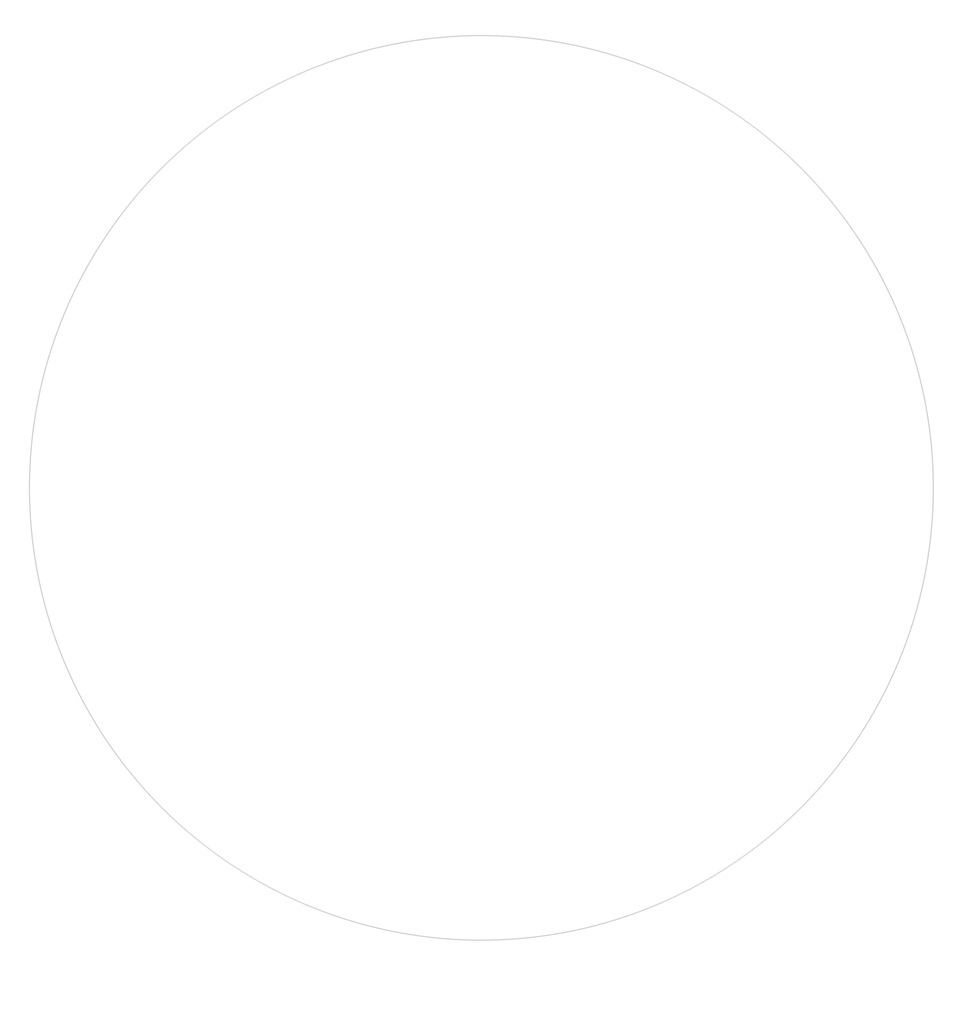
<source format=kicad_pcb>
(kicad_pcb (version 20221018) (generator pcbnew)

  (general
    (thickness 1.6)
  )

  (paper "A4")
  (layers
    (0 "F.Cu" signal)
    (31 "B.Cu" signal)
    (32 "B.Adhes" user "B.Adhesive")
    (33 "F.Adhes" user "F.Adhesive")
    (34 "B.Paste" user)
    (35 "F.Paste" user)
    (36 "B.SilkS" user "B.Silkscreen")
    (37 "F.SilkS" user "F.Silkscreen")
    (38 "B.Mask" user)
    (39 "F.Mask" user)
    (40 "Dwgs.User" user "User.Drawings")
    (41 "Cmts.User" user "User.Comments")
    (42 "Eco1.User" user "User.Eco1")
    (43 "Eco2.User" user "User.Eco2")
    (44 "Edge.Cuts" user)
    (45 "Margin" user)
    (46 "B.CrtYd" user "B.Courtyard")
    (47 "F.CrtYd" user "F.Courtyard")
    (48 "B.Fab" user)
    (49 "F.Fab" user)
    (50 "User.1" user)
    (51 "User.2" user)
    (52 "User.3" user)
    (53 "User.4" user)
    (54 "User.5" user)
    (55 "User.6" user)
    (56 "User.7" user)
    (57 "User.8" user)
    (58 "User.9" user)
  )

  (setup
    (pad_to_mask_clearance 0)
    (pcbplotparams
      (layerselection 0x00010fc_ffffffff)
      (plot_on_all_layers_selection 0x0000000_00000000)
      (disableapertmacros false)
      (usegerberextensions false)
      (usegerberattributes true)
      (usegerberadvancedattributes true)
      (creategerberjobfile true)
      (dashed_line_dash_ratio 12.000000)
      (dashed_line_gap_ratio 3.000000)
      (svgprecision 4)
      (plotframeref false)
      (viasonmask false)
      (mode 1)
      (useauxorigin false)
      (hpglpennumber 1)
      (hpglpenspeed 20)
      (hpglpendiameter 15.000000)
      (dxfpolygonmode true)
      (dxfimperialunits true)
      (dxfusepcbnewfont true)
      (psnegative false)
      (psa4output false)
      (plotreference true)
      (plotvalue true)
      (plotinvisibletext false)
      (sketchpadsonfab false)
      (subtractmaskfromsilk false)
      (outputformat 1)
      (mirror false)
      (drillshape 1)
      (scaleselection 1)
      (outputdirectory "")
    )
  )

  (net 0 "")

  (gr_circle (center 166.3 108.32) (end 196.52 132.33)
    (stroke (width 0.1) (type default)) (fill none) (layer "Edge.Cuts") (tstamp 17007605-5dd9-4ad4-bdb5-c4be73e27b39))
  (image (at 166.31 110.38) (layer "F.Cu") (scale 0.905909)
    (data
      iVBORw0KGgoAAAANSUhEUgAAAVAAAAFlCAIAAAAyPSeQAAAAA3NCSVQICAjb4U/gAAAACXBIWXMA
      AA50AAAOdAFrJLPWAAAgAElEQVR4nOy9d7hlR3UnulZV7XDCzZ1bNGDBwx6D7ZnvYfvz8/g9e77n
      bILBxkTPjI1HmGAGsBD2AA7YMA+DcSAKZBBIQsEgAcJgIVrdyqEldVDncDvd27dvDifuXbXeH2vv
      OnXCVXerg7pb9fuj+9xzdjr77FUr/dZaSKRf9a0xALj9FesABHTCAAlA/cpvjQmS33zluu4N7h+r
      vepb45NX/QgAAmDXBh4XDkSEiMv92f0+EV24i/M4cyAYAqMxeeC4ec23Jk5e9SPup4RNMEoQjFw7
      +s1XrPy/1pZEhwgTICIZnUh45Hjjt++YUBf08j3OMxCRZZjl2ZV2Ywwi8Bss7EA0VtHPzoV6nAYI
      gEAITanAkzUtwYxVkvYNBJAhhADkTBVOLBoQun2DxECAlAoQY/VEqQUv8JcbrJCnadps1hr1ejNp
      1uuNZqNBREnS1FojojFGKfX/3Nv37F6tx9MBKQUTUqhRK9KpwJ/66lH3c40QGZ0K0AL+8O4pYToN
      NkFkJKCRhBBQvSoHvcBfULAt3dPSNsYIIdyPiIgVNr/hvtA61VonSZKmzSRpTk9Nj42NTU9Pzcws
      zM/PHTt2fH5+fmFhfnGp3mg26/V6rVZL09QYSlNtDw4AQ4FERCllGIZKqTAQhUIcx4W+vnJfX9/A
      wMDI8OCaNauLxdKaNWvWr1/f1z8YRZFSSiklpVQyQBREBoGNB6LceEB27sjYL0oEiG0G53Ieh0cO
      MpQ5yQ+MV191x4nJt13ZtY0Gkqs+v/+bv7X259ZH2OWVayBpyAjx4FjtlXcc8wJ/oWFlHgBco1sI
      4W4DmX2ebVGr1SYnJ48ePTYxMTE+Pj46Ojo5OTk1NT07N1+tVhuNhk5TrTWA5B0RUUqBAkQGGYaS
      P3HPagxre0pTk6aNRk3Mz9W0niIgY8gYrU2KiGSMCgIpRBSpYrHU398/MjK8du3a9VesXbNm9YYN
      G9auXbt61aq+vn4gARzLyc4ggPgbAaC7ZhFf5Hm/3R7t8AJ/QeGGyhCRyOSSL8DxwJMkaTabzWbz
      4KHD27Zt27Fjx86dO8fGxufnFxqNZhSFYRjGcSyEVDJUMg5KBWOMIaOkMsZIJY0xQMR6156Oj88Q
      QlhbwxiTX54kIoGCHX5jDKIwxjgaO61Vm9XK5NEjYw89+FitvqS1llKUy+UNGza84AUv+ImXvuyn
      fuqnXvziF/f19YVhGIYhCsRsocnWOPcOXOD77+EF/lmAFTxAYHVIBLVa/dixYwf2H9i3f9/OnTuP
      HTs2ceJErZ4mSVNKySb08PCIUgoRhRDsihMQkCEAlCABCTRKMJACAgowmljSrZy7etWR80wIiVIi
      IhSABIgoAcAgAgICECJKDKUKiKhQLJb6+oBWam2MMVqnx49PHTky/sMfbiSiUqk8ODhwxRVX/OiP
      vvjFL37xj/3Yj1155ZUDAwOIAogAQAjMr6c7MeRxHuEF/oLCtee11vVGY2FxYdeuPZvu2fzoo48d
      PHhobm6uWCwMDAxIKRFVVAjiYpEoN/jJsF2gNWVH42g7EQJKKbU27EGzQhWI/Cm0q1MbLLAmRu5Q
      oBCCownGUBbSzz81ZLQxvGQYIiklEQkpEBEgYrEXYggAtE4XK/Wt25667/4Hq9WqUvKKK654+ctf
      /su//F9+8idetnr16kKhEIaBT+JeeHiBP1/Ixaz1F6IAhEazOTp6eNvW7Vu3bt2+Y/v4+ImlpQoR
      SCkLhUJfX19b6I4AgERmDyNkRriwhjoAIiFLq041omC3HwGNMYBZnCyzJ1pJuyxGmIcJwJgsvouA
      QMIYAEAOGSGAIQICIkCRfR9rNbSsFQAVBHxRgYwUURwXyuU+IkqSpF5PfvCDjd//3l1RHKwYGfnx
      H//xn/mZn37pS3/8pS99aV9fydr5PRW+j+2dQ3iBPwfoUKHOn0RkAITWplarjY+Pf/+uu/79+3ft
      2rWrVmv29/cXi0VELJXKHUez3rVANoHZhW4JGAAak+lx1reIiHnYj1U8CiQik+tkaA+VsbTncm4d
      bDBkrFSD3Qt4tckCfh25BvvF0R6HdwFQShERr2VEZDQZ0kuV+t0/vOfW225DhBdd+SO/9Eu/9KpX
      vfo//IcfKxbjMIzze0CYfffMJUnTNAiCc/vDPQfhBf4cwIm6s67L/iSi8fHJLY8//tBDDz35xJPH
      x8aazaZSqr9/aGhIIkqAzIvmKJrLe3NFFLq0nN3eOXXP68lida582o94LeDXHWd3z+ielyN8Herd
      PSa0L38d30gqVCiVUoVCPDw83Gw25hcqt9z6jZu+fuvq1at/8ide9ou/+H//3M/93POf/3x28gFa
      VxUEgVf1Zw8v8GcLqzaJWJ+j1uni4uKjj275xje+ef8DD87OznKwLQyjQqGotQaWBzJsfFuTuFuq
      7cGNMT1TWa5cuULubt9zUYBcyDtk1TH7kZcV9/juwuHu1fHaXSkoTwS4BwRAKWUcF6KowNs0m82N
      92y+5ZZbyuXyf/6Fn3/jG97w8z//8/39/a6ce2k/e3iBPyu4bBlEnJicvv/+BzZv2rxlyxNzc/MA
      oJRav349SwQiaq1zXUqQ+eFoM/CuU+Daz/bTbnPaCpgrXR27d29sXxuiLC5gM/6uiZ4LKjgyz75A
      x3HcXbp9ewvnm4IxgCiEQE7sCRGFYTg4OFSr1R597ImHHnp0YGDgZ376//zVX/2VX/iFX1i1ahV0
      LYgezwBe4M8KHNOu1esH9h+46aabvvf9f5+amh4cHIqiuFgoEZAxaZ5CE8YYKQVzXQCAY++sil1l
      7ko4OME/TmfzkgFderVbUfOhpJSQW+8cV2cxllJqrYWUmVQDIKJwTHSbtLNH5qt11XWHPeIuWK49
      0vGliMgYQhAISGSEEByJEEJIIYP+oGzKWmut9V13/eDmm29es2b1a1/72re+9a1r1qwtFGIv82cD
      L/CngGPltngj9p09e/d/73vf37z5vkOHRpvNZhiEa9euBwBjDIEBACGkMVnwOc912SB8JlSuPqQ8
      SZYLnnGvBMBIKa3UseSzqKADKWVOsMs24CN0vOhWmPyXMWSMMcZw0s600BkFWE7ldlgcbsLfMTeM
      tSr4nnCykgu8mHewavW64eGV1Vrthhtv/frN33jJS/6P3371K37zN39j7dq19udwF0H7FflOuuRF
      D4YX+FPAPq+IaMgIgWSoWq3t2rXnC5+/9r4H7k0S3dfXJ6UslUrguK+uIW3/7P7U3QUcy9kVEkTB
      qwNvEwQKAJWSLNiQh9wRMU1TY0yaps1mI03TJEmSpGkMpWmapgkAGKOtew8AUgZCCCmlu0YEOfj9
      QqHAwXa+gDRNtdb8LxFpbYAXODJELQufN3ZTjLhMKMGi5/IRRpFUqr+/P03T0dHRq6++5q//+iOv
      +73f++O3XbVu3dooCgBQCEC0a5C9ad4Q6AEv8KdAbr4CAAohjxw5/G/f+/c7v/PdY8fGtDaFQqlU
      kuAEwFjhAIBVxXycbhsY2yPe0C4SLMMsz1JJJZWUkj1eImo0Gkyhbzab/G+SJFpr6yDkV54FC8Cq
      ZWqThDx9ZpV/60rAsR2EEEpJpVQUFcIwLJVKUY4wDAEgzdFsJrxU8XW21sr8VnTcEPupjQ7YXXhL
      rurTWiul+vsHyuVypbJ088233H77HT/5kz/x+t/73V//9V8vFGJeJwE663M8OuAF/hTgJ6/ZTCZP
      Tn31q1+77Ru3zc7OrVixMgxDJre6j2ZGPmNeWh7PgzzW1XFkq/P5KbcPulW2iBiGAYtNtVpdWFio
      Vav1Wr1WqyVpAgQEJATw9plQCcGGAh+HulYcOIWaRezIqCEAkNZpmiZEtLS4yBYEy6FUQalU7u/v
      7+vr6+/vLxQK/f39xhiu5EuSxBjTbCZscnd8TUZH8MJerfumjThoraMoEkL09fU3m80nn9x21113
      /+iPvuTd7/6TX/+NXyuXSzKPbnj1vhy8wD89TJKkDz/8yM1fv2XLlicWl5aiuLhiZBUb3UIgQEZ6
      s3Jr90QnAAYtSyEz720AzD7xcRwHQcDv1+v1paWlarVarS5yZavdTCACQhQF0GUkSym1I+GuK5Ff
      gGCdanfhGEFrUYCeSXU2bxABkZCJ/dndIVpaWlhcnOc/lVJKhXEcF4vFoaGhUqlULvcppdI0rdfr
      zWaTV4qOyH+Hqnc/snEKNgGklEkzRYGIGATh8PDI4ODwzMzcNdf82T986h9+47d+/S1vetOGDRs6
      7sC5eAwuH3iBd8NyBlHmJZymXq/veGrvpz71jw8//HAUReVyuVgqERGgW/Vl2imrPZJhHe+Qw5kR
      AtlbFkI0Go3Z2en5+bn5+flarQYA7E5De+Vsds35lXd/EXAEGHIlya8JOnV7hzxQO7kdM7KbJfkC
      dXNppHR30TpZXGzMzk4fOTJKRMVCcXhk+HnPe16hUOgfGE5T00zSWq3G6toYA4ZDmy2CDftENqHQ
      Ed6HjH6X7SIlDg8PG2OqtcY//9PnvvC5L/3RW9/63/77f123brWU0vnqXuwzPNcFvr3thOQHpFZr
      3HXXXbfectv2p3ZqbQYHB13f0t2dFbL7jiv57pvWQJVSBoEKgtAYXa/XZ2dnFxYWKpVKs9nMDQcR
      xzF0yfMzgBspfAYHfAYXwGcMgkAFCgENmYmJiYmJCUQsFAqlct/gwNCatWsRIQjCarWSNDPLnwMf
      kAcOOu52t8TaODw7VoVCYcOGDUmzee2119522y2/8qu/8uY3v+llL3upu7ye6Xe5LPFcF3j3aSCC
      JG1u3/HUJ/7u7x988OHBwaEwjLA97ez6nK796T6a6MThLAGe3fI4jhGxXq+Pj49NTU0tLS0Rke0h
      A0DGaACw0YGz/4LOlWSXd8pd3G2e2RqBiJjzi639nyTJzPT0+Nj4zp1PlUql9evXr1+/vjQ4AAD1
      er1arRJRknAbj9ZK6ur5brl1Q32IqIJg7fp1SZLceNPXb7jxxre+9Q//6K1/uHr1ag4BSIm92rQ+
      t/BcF3grtI1G8tCDD918680PPPCQMbR69WpOO1tpB6eAHLrYrO77Hea9UioMwyRJFhYWxseOLy4u
      NptNAhIooihAAAKjdYLMe+tKYj/jr9bDwj+9vc7mvB07utE4vpOFQkREaZocPLh/dPRQGIQDAwOr
      V68ZHBwIwzBJdbVaZZ0P+Q13v0jHveWz2KCglMxukmvXrqvVatddd/03v3HHa1/7mrf8/puf//wN
      BOS1/HNc4EkINIYmJk5+4u8+ddtttw0MDXPBVppqm1cjMsaQzXW37d/OWrVBJgAIgoBbvy0tLR09
      enRmZoaIlMxSXG0ZO0Ai4hScceTtGUhdt1d/RtLrrjXLbXCax3E3dm9Lbu+AlKExBsBMTZ08duxI
      FEVr1qx5/guuXLFiBRHNzc1xnJ/Te0/zLaz1BABJ0gQApQJjTKlULhSKaZp++tOf/fJXrv/whz/4
      6le/qr+v3PMgzx08JwTefVzy19kDPXr42Ne/fvPtt99eWaquXLUKBdt+XChuZRKVkq5KdwzXjBhv
      /XNEjKIQERcWFubm5hYW5uv1GteKgKWycXrMvUQuce2uWnMo7tAVM8v2zFJpVso6X+fbnc6Nyr5c
      x5e1ZguRbncQoC3MR2BDmK4q7iD8uQpfGyOkLJXLxpjx8fHjYydKpeKKFSvWrl03MjKsDS1VKvV6
      nYxpJkmWFHFugj0XO0FKBR3B0SAIr3je82q12geu+fOvfOX6t/7hH77ilb9ZKhbzy+CQZJvhcHnj
      Mhd4+9tjzu7IueXUaDR+8IMf/sVffmRmZmbVqlWFYpGIuMuqyxLpiBVD7jfmQSNJJqt+C8MwCJTW
      empq6tixY7VaLY4jIdA6sdnuXRdplSqLFDjPsZKKyDCHDXKb31LimH7uingu/61LPdPb1XFh7ncn
      ImMSANDaGJPzaqhj+9aO7jE7JKpDY/OfKggQMU2Tw4dH9+7ZPTwysuH5L7zyyhdpY+bn56M0rVYq
      1MXk6bj4jhMxR6Gvry+O4/Hxiave9sc33vT1j330b17ykhcrpaDVeKPHAS9LXOYCD458ssmsdSqE
      fOCBhz7z6c9u37EjCKM1a9a0Sla7Umj2HT4ab8P6BAC0TjivRmQqlcrk5OTi4mKSJEqpUqlEZHoJ
      eI8rdP5iFi2/I7TmVhZscwiudeHLBADMc1R8aXAaIbrTXwIwz967bwpUgMjGSn48JtsTs2t5IXBu
      V+eVtFa3XlY6v8ndL+v1+u6dOw8dPLhq1ar169f3l0v95dLSUqXZbLCd3+34uB4W/+j8yxKRUqpc
      Lr/whS/csWPHK175qtf/3uv+4A/++wte8HxjSMrnUBj/Mhd4zNldUso0TZVSs7Mzn/rUP37ly19d
      s3ZtFBWEFGmaSimTJAmCwIbHO4xSezTKI89pmnJ0HYBmZ2ePHz9eqSyFYSCECALJlHUppVtw0uup
      yqxxTujnRiYgCvYOpFS2Lgag1YiK0VN4XdE6Uw3ffvDW128dJ7szkPNYEQClVHkynqyBnZffuMKP
      vAIup+cZzKJlW0wIBIDjx4/v27unr3/gRS960Qte8AIimpqaCkNoNBqtzlxdq7P9l206XgKiOF4Z
      ho1G4/Nf+OINX7vp4x//37/5W7+BGAnxnJB2uOwF3ji8jiRJbr/j25/5zGdPnpxcd8V6rQ03YLSm
      vtUGVuatlnOfe0Ru3hBXKpWTJ05MT08naRMRioXYPt0uP8zu1VOHUF6UkrWPl4qt9fzzTMCWU0Ed
      b56NPQ/d4t0jk2/cBRCArANsj8CmSP7VMss/o9kAQH4/u4t8IY/A8dLMpzOGlBIDgwNJkuzevXP/
      /v2rVq268sor4ziu1+uVSrXRaIDz03TkSjvkX5NRKKIofv7zX7CwsPDud7/n6zff8oEPXP2f/tN/
      NMZIKdpjEpchLnOBtxb49PTM1VdfvXnzgytXrSwWS1obpaTWrYouG0nOnfMeM1J44zAMm83mwYMH
      JienlEAVBEpJAuCoW4fMWGnpqeGJQAgZBMrWvbHKsvwwag83djsITyPUz8BG7blGPI38d0i7EwDL
      3rSpDf76adpMU53HInqci38FXnztouAuiAAwNjZ2YP/+NWvXvuxlL1uzZs38/Hy9Xm80Gmma2l9N
      9Jjhk5USpNoEShljBgcH+8rlJx5/4hd/8b986EP/66qrriqVYm7NfRnjshN4k3ErMrlF0Wg2r7/+
      hi9f/9W5+fmVq1dBLs82zc77OXTXrCkF+9L5Q0NhGAqBi4sLhw8fXFxcBIAoUgBA4CTnoU0E7XPm
      WJuZfc6Vp4itVF+HuQ69U/1nllE//Y1PE3kP3Lb3nvakaGP+ABgEsVLk6nyi1N0R2zPt7uv8I1JK
      9PWX5+Zm7r//3v7+/he96EUrV66uVqtLS5Vms8nMJbdOwSY+EFEhGjS2fl5IMbJyRVSI//GfPnPX
      DzZec82f/sJ//s8AYL16N6Hovr50ccl/gXYQoSbSAMaQJjSHjxx+05ve8tcf+YjRWimFTpLJqlzM
      CeGuZBpjANBOfSiXy81mc9eu3bt3715aWgrD8HR++47HFwCCIIiiqFAosP/vKv/zeFcuGlgPSykV
      RVGhEMdxUcqAM5KI0jWIund33+SyucXFxfvvv3/Tpk1SyjVr1vT1lQuFQt5FJ9ulPYjQWQhAROVy
      eWRkxYEDB171qtd89KMfYx+B6/ztYnF5SDtcfho+W9cB643mLbfccu3nr6vVauvWrUuSZhyGy7nT
      1o0nIm10PhoJhBBRFFYqld27d1karBAiSRK7RnScn//LTVZkHW6bTDxtAO/yRy+PRnBRfV5Oo/NF
      QXa7MNbHQURr85fL5Xq9unHjD4eGhl/ykpesWLFicXGxWq2mqbYMPNfUcm0ubkCEiEqp4eGRQqHw
      2c987t7N9/3VX//FT//0T0MvPtWljsvka+RAAGEIl5aq17z/z//qLz8qpFJBaAwJIVnWOqTdXQIy
      IaRMBcVxrLXes2fPjh3blpYWlZJBoADA1nKladrzGlz/PQiCQqFgm8ZQRk0RiJd/fGg5WPMKAPiG
      AKBSQRwX4rgQRTH3Betp9Ng4i428AAAiBoFaXJy/Z+Pdjz32WBiGq1evLpdLYRiAk1nscJGs8LM8
      CyGKxdKadev27t////7yr332c5+vNxpE5PQdvRxwmQk8AMCdd/7bq1/9Oxs3blq5clWSJDbSTtp0
      x4nsp+CE64IgMMaMjo7u3PlUtboUx7EQAoAMpa3wj1MWYsH+Kh+By8KVCohAaybXtdmZ3Ur+uaDz
      l/uOlGcruKlWoVAIw7B74w5xFXmHL36nr79/ampy06ZN27ZtjeN4zZo15XJZKWW7D9gGPm6OwK4d
      xhgh5IoVKzZs2PC3f/uxN77x93fu3GmDOx2UhEsUl5jAu783AJAhoFYryFqt/r//v7//kz95T6VS
      KZVKzJlr/aiI4Jhzrn6AjCJCSslSqTg5eXLHju3T01PcewYyYxIQZMfFsPkJIIwBIpRSRVEcx4Uw
      jISQp9QKHXrjslEjT4On/46s7XlxVCooFMpRVECUfJ/t2CxERIGApvN5IAoCpZQYHx+7++67RkcP
      jYwMDw0NFgox9wt2t7fegX1+IBN+KJXKa9asfeKJJ3/tV1+x8Yf35gV8AEBmOdvjEsElJvB2ybdS
      SnnI/amdu//of/zxDTfcsHLlyp6dVaDde7fpH2MMAHHt6tLS0tatW48fPy6l7DnYqCPww7Y9ALBK
      z6k4nQQ1j2cGysdUFQoFKSURsF4nIjKdxW/CGcXDFYq7du3cvHnz/Pz8yMhIudxXLBaF03rQuuU2
      CwAOFwgRR0ZGyuXyH/zBH7z//X82OzvL/f/cKMylKPmXmMB3AgkFpGn6yCOPve51b9i5cxf3VGQ3
      O9vEMQvt8mx/MA6Vs6Du27dvz549/JAppRB7q6P8gIIIubVboVCI45iF3waiu0ODHmeOTKiklJzd
      UEqx2NtYiZtsdxuHAUAUxUmSPPzww48++uiKFcPDw0Ms8wCQJIndi1+4fAG7IhRKxeEVI1+74cY3
      vuktx46P5yyJSzjgeokJfJcE4tJS9R//6Z/f9sdvLxaLUirMq9bcLd2fp91/IylFEKgTJ05s27at
      Wq0UChGRFgKMSY3Ry1VksjEYBEGhUIyiGBHZS2cxh0tZA1xkwDyTn1n7URSz2HOA1q6wjPb+RUBk
      tE76+kqzs9N33vmdQ4cOlkrFVatWBUEQhqHr3Nl/rea3loKU6nnP27Bt247f+q1X3Hnnd6GVtb0k
      XbBLTOA71HW1Ur/mmv/12c9+oa+vj8hkKTkAIkrTtHsZtlFZXhTCMEqSZNeuXWNjY1JyGL81DUbk
      M5VcUMb9UGEYxXEh3wBz/WC3WZZL63GmcAOc3IozjgvFYpF7AeZvIua0XOOM6LD2eRiGe/fuvffe
      e+v12vr164rFglKyF3Mxy8Pxn5hj7dp1aWre+MY3fupTn2JKH12agy4uuSvO6s8IYMeOXW/5/f92
      zz2bVqxYWavVOEhmbem8/ryj9AUgD+0g0vHjR/fs2ZUkzSgKtU44YGMMAQhWLJb9ZjVMGEZxXIyi
      WEqZphn33lUR0O7mXcA7c9nCGtvgZFWIIAyjKIqDIBRC5mULwMUIJh/Ow7+CEEJrHcexMfqBB+7f
      tm1rf3/f8PBQoVBABJur59NZSbbqgS+gUChs2PDCT37yH977nj89ceJE/mhle10qUZuLWuCtzNhf
      jl+kafrII1ve9Oa3HD5ypH9goNlscll4d3DO/osZTRKJqFgspGm6Y8f2kycnIONR2lZKgojtOmmX
      Cz5qEISFuKhUyJwQIvL6+9kF/148kzcIovxpQX6qbRLO3V4pGYbB8ePHfvjDu7VOh4aG+vr6XHXt
      Bl/sYsG7I2KpWF61cs1NN93827/9u0eOHIX82biEcvUXtcDb+25/OZbDG278+tvf/o4oioSQXHxO
      ec8Tu6O7QFhwhvzYsWO7du3kOHxHqBYcHcJGIpd/xnEhDENsVwUeFwEyulQYhoVCSUrlGlzdv5St
      lSai+++778CBAwMDA4ODA0GgRK7PwUnZQrtrhgKFks/bsGFsfPy1v/O6jRs3WeYFXCI0iota4KGr
      iKLZTD/59//w4Q//JZead2zpWmX2hY3KRlGEADuf2jE5eTKOo+VsMMrzsWw3cpQo5361nqFL4te9
      7IFo6/OAE6tRxI2GAaBHCAZyzS+llErt37//7rvvllKuXr06CAPLfXY3tj86chsyxCAMR0ZGpqdn
      f+/1b7jnnk1p2jYv7CLHxS7w4Mj8/Pz8X/zlR66//mtr1qwxxkilbA7G8qg6ZF7k3Y7L5fLMzMz2
      HVuJtJIiTRIlZc8fyaZqoyjiyD+vLB1k2Evi173ska/aNp0GUiquTQKA7iWdMs6c5semUIiIzD33
      3DM6OrpixYpyuWTzO262z3mR2YyIYmRkZHho5E1vfMvnP/+FWq3Om1yI73x2uNiLZ+zdn5qafte7
      3rnl8W3Dw8NaG0KhtZZ5OIcF262R4r24lUIYhgcOHJiZmSkUQh63xnUtUgjTJbdpmjKLJg/a5fWV
      hACEYtlaLo8LD+cXBwDLekZb42RMW72DrbS3UT0hUEq1Y/v2ycnJn/3Zn42ieGFhvtFoUvugLveM
      xhhujlQul8Mw/NCHPjw1NfmBD7yfqfsXOS4uDU9dYFtp3/4D//M9V+/ctX9oaDhNNREJANXeMoXp
      7lzJDLmijuPIGL1r186lpcVCISYiQGQh52ps3hcRiZDpHIVCMY4LltTR8hTQWEXyLNwaj16wzwkA
      uN04tDZCyCiKwjBmZi7HYjvmf2LemLDcV5qaOrlx493VamVkZKRQKLTn8230LlsCsiaIQqgwvOJ5
      z/v0Zz77jne8a25uwTKFLtrn5OISeIZdWY0xROLYseNXXfX27du3RVFkcyTkUCDtjkSQJKnNx5ZL
      pYWFhWu8qdsAACAASURBVO3bt/PPwyXuPU/Hth9z5oIg8P755QJkYy0IAnB6UdsaCqsbtNaFQqFW
      q993331jY2OrVq0sFgtRFFFOuesZviEigcgNs77zne/88dvfUa83bKM0L/Cnhg1+YE6Y2759+9vf
      /q65ubk4jjtaxHUswHwEKSWRITJxHO0/sO/gwQNhGBBxu7LO+mo+pzEZczN3/IxbVONxSUNrwxZ+
      FEXcvoraM232KdJaR1FYLBaeemrHE088MTw8XCoVWcdw1s0tm8F2AMDadVds2rT59a9/w8zMrOWD
      PEtf+ulwcQl8x6K4Z8/eq/7H28fHT0ip0pQbHrSFzfIICrorBaIIw3DPnl3TM1NhGAiBREbrVKke
      7cqIgJ38IAjck1+cv5bHmcLGdJVSxWKRM7jGmWPF6t0y9phqfezYsY0bN5ZKpcHBQaUUtzwWQtiH
      IjMNEMEY0kapAFGsWbPuice3vf71b1xaqribXVS4uAQeHEl76KGH3vmOd6apVipwuBBtVU3uEgsZ
      hS5gUk2z2QxD5a4Idj6pe6587ceuDtAXqUnm8QzABXbGGP65O/xzO5oa8okDhUKUpuk9GzcuLCys
      Xr06juMw5MFY9jkkW46JIjMTZBCsWLFi7559r3zlK48cOQpwMVKzLgqBJ0tgJoOAALhr9553/cn7
      ZherhKCNppx748q5Dc4DgNYpIkRRODMzuXv3U1lXM2qxptodfjQGEGUcF6VU7CI8e9/e4/zC/ugA
      CCCViuK4JERgTKs3puXbWFNRCDCkH37o/unpkytXruAmKOTUaBAR5k0WsuNoDUKsWrPmwMFDv/2a
      156cnCIiHjhw8RBvn2WBdz12YMo60MMPP/yOd7zbzYi4rrt902bdiQgAwzCcmJg4evSobQ7pnsV5
      gbwxz2D3eE7BPkhM0QHI7L7uygtGXChs2bJl586dw8ND5XI5CDJyDjqkD3tM7jUuhBgZWTExMfE7
      v/u6o8eOsy65eIi3z7LA21uM+V3cvXvve97zp9VqBRF1knQb7W5Nu8mmu5hisXDo0KHx8XH+SToM
      cucISARhGHJ8ziv25yCsnRgEQRhGSoWw/DBJRAzDcHT00Pbt20dGhrkylwddcd8U1+TkXYhIKbV6
      9drDo0ff+IY3zc8v2DNeDDL/7Gt4+4KIHn/8yXf9yf9sJin76raJBbTTm51gKfNk1IEDBxYWFqIo
      5B8D2kmRkJffIGL+m/VO0Xlc9nDtdpZ55k3DMjE2RAwCNTZ2/MEHHyiXSwMDA9xsj2sr3TwRZR0W
      JBEgipUrVx4+fPQ1r/mdsbETF49V/+z78Bz8IKIjR468573vW1hYdMuMXWMeHGYVZkPjKIrCffv2
      zc3NBYHSOuU1wkZl7O8BAEEQFIslACACN07j8dyBDeXkITrDU8OUCqCXhod8gQgCNTc78+ADD0ZR
      VCqVODYs2qlf+fZWsHHN6jX79x1429veliSJEKJjRPizgmdB4Ns9H5JSAMD+Awff+96rlypVFv6e
      HUVc+59jJ0Eg9+zZ3WjUoyhM08TG8Fq5ViRmXEZRHIaxpd9yMPZiMLE8LiTcZw8RBWYPTBzHQRAR
      oY3gdgu/VKpSXbrvvs1SioGBgTiOybRUkf2X1X5mAiCuWr36kUcee+Mb3zw9PU2AlooHyxgU5xsX
      WuDdRjSIyNUIk5NT73vv1YdGjyjZ4vZTzoJy/KPsp0rTFBHiONq9e1ejUWfdDg4dwtoFeYOUolIh
      /5aWM3shv7XHRQgiotZwMFQqCILQNkToTuICgFKSyGzcuDEIVH9/fxiFrubgh85VJEIIAli3/ooH
      HnzoT6++JklTHl5mV5wL+HUzXFCBpzzn6UTXxfz84gc/9OHjY2NBECy/5rWVLkkpmITHB+TQnSvn
      rRSrCKIovnhipB4XG1z1wzxcRDSmd1w9r5yRmzZtMkYPDg4Ui0XnYe4EW5SIuGrV6jvu+Nafvu/q
      Wq1mT3f5a3h3SePXtVr9gx/8i4cfftTtCS2EsIw6JxxiQ/RGCPHUU0/xYSC38HPCM9fACCJUKozj
      AjdFAK/VPbrg2OEZpJSlUoll3g4OsXCqsM2mTZu4YI4bk9tEnRuxh7xpqlLqR37kyhtuuOn667+W
      JM+mO/ks+PB8RzhW95nPXvvQww8XCkWtTao1tLR0yzjnvSgregdE3LdvH4dA+MZqrZVSPDakpdul
      DMMQUWht8gEGF0WY1OPiQYdJiIjGkDGGa6i6RZLNSa7LjKLgvvvu1VoPDw93FHq0n4EbokoiWLd2
      /Yc/9Jc33nAT88Sflfr5Cy3wiMi3AAC+8pXrr7vuOu5AiEKgEFmDSudncNObABCG4Z49e9I04aky
      tg+Za1YREU+Ggzx6lxUzeg3v0Y6ORyLXzwIAoijqnkRie9exoS6l2Lx5szGmv7/PltZ1nEHrrL6T
      C7TWrl373ve97/HHHzfPBR8eWo0K4O4f3vPFL31lYGAgWxSJBABQyzSC9vIG3mv37p0ARsrM5ndz
      m7xkEkEQhGEYUT7LzUbsvRfv0YH2hBE4r5EfpECGSIJNSXQcbyvbUaTuu29TmqYDAwNhyEUZGeOD
      nPk2fFghZVQoDI+seNObf3/HjqcoJ/wsYx2cF1x4DQ9EuGfvvg984ANpmnIXcQAgIlcPc5iUYyTG
      aGN0oVDYv39/mqZcugTOTWfkrYsti+5irFXyuLQQhqEKlFk+qM7O4+bNm+M46usrczWeUoqzUW74
      ifJk8+DgYJKkb3nL74+PT1h2yQUL2j8LGv7ExMlrrvlzIRQb8JYD4/Lq2o15iKJo165dlkjL0135
      dX5DUQgVRbEb6vcC73GW0GSCMAyjiEBo0+Nx4qdUKXnPPfdIKfr6+sIwbDab9jnsCFTzoz4yMjIz
      M/e+913daDRci+ACfKMLnofX6cc+9vGxsRNaG1StgVDufbF3ioiM0UrJffv2NZtNNuO5m0129UJg
      3q8mDCOlAnv7wKHleXg8M3DnUh5N1ZOLzcpZSpEkjYcffrBYLPKg6yQvA3EOhUwz4zLbkZEV3/n2
      d/7qr/4qj0ZfIH/+gopEo9n4xCc+uXnzvUBCBSGPfCSnytUJlhoASNO0UCgcO3Ysl/bMQOJUh7WX
      hMimQTKrARzf7EJ+O4/LEkRkDAVBwH0Tuj/lN6WUtVrtkYcf7u/vLxSKbITazdwHm41ZKeULXvjC
      L3/5y9/85jfZVr0sTHqnqRQRPXD/Q9/4xreCICDQQAYN2OahmHGbU3ubuCpmdPTg7Oy0UsJtD+jE
      ToQxGARREISctPPwOOdgwqyUSqnImB6xfX4RBMH8wuy2bU+MjAwFQWAJIPkRiCjr4MIJpjiO+wdG
      rnrb2596apd7NN6rJ9Xv7HG+NTwRcLiCdjy18yN/87eQJzOhJ11ZKp4GxU0FZ2Zm5+bm8mYjre2d
      tZO4ReGFNIo8nrPgdK/Wy7rcSqnxsTGupY2i0Drt7vPpRu9LpdLAwMBVV1118uRJcOwF6pqAfK5w
      ngU+J7fPzc198IMfWlqqQj683b0F1tvhjEiapkLg/Pzc0aOH4zjmL+/a6kIIZtSFIVvyhi7NUZ4e
      lxZYUFnml3veojg+cmR0YmJiaGgwDEMbsbcBZnf8mVKqv39w9PDhj3zkb3M2Tnai8xS3P79CwuQ2
      Q3DtF780MTEJTjerDq6yNddt+P3o0SO2vp3yvIg1jQAgCAKOhVrqnlfyHucVrFeUUlEU8RSD7g0A
      IAiCbdu2Tk1NDg4OsMdun1LMR1zyO9pQEARDQyM3ff3mL3zh2o6I/fmIQZ13rUhEt99++1e+8lVw
      /BM70Nduwy+YbxvH0e7du5WSgAbzGkZsaycOQRAGQWjj+V7UPS4U0Bhi1d39mZ2ApJTctm0rIg4O
      DgJk3VzcZk2Zo24MoCgUiuvXX/GRv/mb7dt3QJthf+7J4Oda4Kn1ZXhS0/4DBz/3uS/09/drbbjz
      hA1aUNfEZWNSpcTu3buEAK1TIDTGELR4S5AzZ/NxEW196X1Y3uN8I/fJWeYDWz9vP7XKTCA+8sgj
      QaDK5bJthm0TxvxIszIjoiiK47j0/ms+MD0zYzX8+fBSz7nAu/EMQUQf//jfzc/Pa22ICKFFPHT6
      hGbRuDRNS6Xi+PhYrVYNggBRIHZ28+cG49xjiMjJAXh4XFgQgVIcim+rq7OaCYWoVJYee+yxgYH+
      OG7rjW3deClQCsF2/tDQ0COPPPahD/4ll9OxJXvOce6XEF7kiEin+nOfu/bRRx8DyOnx2LLAnaVO
      ABD3ADp5cnJ2dpYn9XWrayKSUoVhfMFoSR4eTwNEtF3ue34aBMHs7Ozhw4dHRkbsHBQ7TB7zmlGt
      Ndu8GzZs+Na3v3333XcTwXlKM59rgW+16Ye9+/bfdNNNpVIf3w2Rr2TWPucQhjEmTVOujRkbO26r
      kcDJw9mgXRwXuCeJF3iPiwEctCcCoh4BPCIThmr79u1TU1N9ff1KSZZtNxpvKz4BQAhZLBavvvr9
      S0uV7mr8c3PB5/ZwHGZAxEql8tG/+ViamkajYX1sk4Pf4ddpmhJRoRAdPLiPG3vzoazZn12oEGzn
      nz/3xsPjTMHkznzGQeczyc95sRg/+eSTSslyuWxDd67Gyvm5MghUqVQ+OTH5zne+0/bGObc45xoe
      AEBrc+0Xvrht2zaBkkxruIdd2DrKg8IwOHToUKNZd0f22XJ3S10Mw5AMWnveR+Y9nnXwDGkpVRiG
      3VYn14MREYDZsmXL4OAgt9Cy/izk/VQh5/CGYbh+/fo777zzkUce7TjaOXncz4HAdyxXiPjk1m23
      f+tbpb4+bVIh7eyelvTaRgJpqsMwrFZrS0tLgYrIGbvJjYQAyRhSKgjDgtYA2EpUeqve41mHJYkE
      AQftO1pWk3Vj5+Zmdu7cMTDQHwSqQ14cnS8AQCg5NLziT9797rHxE9SraP9scI41PKJoNtNPfvKT
      jUYzSRLn/bayIevGp2kiBB44cID73nR9JSTDtTGtDtMeHhcPXEM1iiLLh+WclGvYxnF84MDBer0+
      MDBg0/LQ3uUawGitAXBwcHBsbPzP/+zPjTF8HBRCyB7jj88U50CEXN6L1vq6667buXM3d4Pv+JTB
      omuMqdfr5XJp7969gZK8SbeVjiiiqADPXpdPD4+nh/VAASCKCkIoNlS5B7bbvimKokcffTQMw3K5
      xL1YO5xTIYSUmbe7du26u394zz2bNnNfdbjYNDxfz5HDR2/++q3c0w/aacM2UMddQbjj5/T0ZLNZ
      B+TR3N0LGEZRIU91gs+6e1xssJa2DbNLKblDFjlFb+zSCoGNRn379u0DAwNBEHQT6djJ5UNyw+Vr
      rvmzpJnk2fv07C/4HBvJ//zPn61UKrn0Uj5GAt0XeR4O6vX6kSNHrG9vuoZvcf95u7D5KJ3HxQZs
      71pnDIUhd78kt8Oqbd8QhsHExImTJ08ODg7acJWFARBKCaU0kQEcHB45Mnr4b//2Y7wKnBOX9qwP
      QZkbow18+zvf/f5dd4VxzCxayqdw2DCbNcvr9VpfX3nfvr3cf86a/QgGSAtEY0DKIIoKdgXlA3p4
      XGxoj8ABkYmiCECkqbFerd2GjfatW59USpVKJWv28nGQCIxBIiWEAAqkWLd+/Re/dN2+/fsJhTkX
      Fu658OEBjYHp6el/ue5fSqVSs9lk+UWnIzXklXAAkCTJwMDAxMRE96F4Zqw2RkqplPIS7nFpgYiY
      KpIH8KBj4CTnp7TW27ZtK5fLrPBsyY3VfK0FQso4iv/mIx8FonPi0Z6twGd6l+DOO+88OTnJK5aU
      Mk25X0cbixYAiAy7LocOHpSyy0TPOlYjNww5y2vz8HhWYExW39UdZmPbvlAonjhxYmFhYWBggBs6
      SCl7trgJVNjX13fHHd/61re/jeIcuLRnK/B5nQB++cvXJ83U1gZw8aD9wtY/bzabxWJx9+7dxVKh
      5wHJUBAEfBfO8to8PC4wXNdVKcUhd3CGHfKfaZoGQbB161YeVs19Wd02jbmaRG1MGIZr16297ktf
      OifFsmcr8DrT5KJWa0gR2NCCU7tunXBKkmYURYuLi0nSXK5fBQoRBqE35j0uSZDIS7YBAIMgBIc5
      YyN8QaCMMbVabc+ePX19fdxUgw/QvjSQFAJADA4MxnHp2cnDd1gpUqlKpQqopVTapNZRh65BEZA1
      txIHDx5QSrrrGdgIPAqlQhQtF8DD4xICQZsWFkKGYeS+w0RaFoQoCo8fP7a0tDg0NLTM8dCQEQIA
      cWBgwGh97Pgx6pLBM8KZCZUrwzmdAG659TZAspRguxl/McxnyNTrtVKpdODAfimFG5lwo3pSKuUM
      8fNMG49LDZ09GpQKlAqdji/obEaItGvXzjiOwrBt1HyLfkdExCNrFSJ8/O/+LkkTXGZ8/engzAS+
      Q6SJ6Pvfu+vBBx/KaDbZlbWGPfP2QaCazYaUstFo1Ot1dOZvWRCBEDLvY9M6xTP7Vh4eFwNYRniK
      MfRu0yy5YL5cLodhCI5JD3ljdgLKe8TAHbd/e9++/WcjGmes4e1rrfXc/MKXrvuXMIyEkACQp+LI
      qVcnIqO11lr39/cfOnTIRjVci513USoQ4ry05vXweLbAT3sYRsvFoAuFeN++fUpJdyaizc93iLWU
      6jOf/mxG3SX9DLinz0TDUz4K7t7N9x4/PmabTPIldnjmiMgxyRMnTjQaNZ650UGMJ0IpZXexkYfH
      JQ3ufkVEQRBwWr5zAzDGGAQaHR0dGhpkdrk1ezMSKuRKFKBUKt98862PP/44PFOH9xkE7TLZbjQa
      N954o9HUTJroNJm0hEFrljQajSiKxsePx3HMvausw293VCpwzR5vz3tcHuCCeQDsWTDPRjEKsWfP
      nqWlpVKplDvFoiuNRQAQRlG5XP7EJz7ZaDSeWVT7TPcxHEcwBm659Rt79x0QAmwXGsg5Q/Y1Ucar
      O3HiBFcUuARjyBcFpZRSkkjbd3xtnMflAcfaFWEYU0YtIyIC5DQeCIFBIPfs2VUsFpUKbIu7jHKb
      7Y5AIFAMDQ3de98DTz65ldeRM23k+gwWCQGAs7Mz3/zm7cVi0Yp3N21ea22MZqbt2NhxpWSva0Mh
      enOSPDwuG7BEcI+2Fv2Usio6rXUURZOTk5XKUl9fuWPIVBbWz1cKpYIgUNde+8XOzo6nJ0BnGrTj
      AS9w330Pjo2Np6m2BF9LoQWnL2ez2ezr6xsdHWWmQbeVTgROZN7b8B6XG9ysM8u828qeI1zMqw3D
      cPfuXVHUNuKCt80OgsAjLsrlvjvu+Nb99z+Y0fGyY53W9ZyxhhdCaG1uufkWANJaIzhZNEAnkdiq
      lllcXAiCgFeyjqMhIpfHc93MmV6Mh8elBY7esXSysLhzFicnT544MV4ul1qtrLPIHwIAEHFP6yiK
      SqW+z3z6c81m1lTq9A3kM47SE9Htt9+xd+9eO/UlO6UxhtxxeZAkyYoVI8eOHVFKpmlqjBFd7P88
      FYHgnXaPyxSuJmMNB5mx3CLYsG0fRdHBgweCIAjDgIiA3B15Q+RKm4GBgQceeGDP7r1nKjWnFniy
      MXMCIrO4uHjbv34jKhRSYwiz+l4AwDw4j4hCoDE6SZq1WnVqagrzBhjQMgHQGBBCcTcbD4/LGK5V
      z+IqpQQwAAbao9RSynq9Pjs729/fr5TCnJgPmewAAPB8KxUEBuD6r92AiAY0iHOk4Znpk3XUAkIU
      27c/dezoca01EiGAIaN1ft0EkJfN1Gq1gYGB0dHDtt2V/c52XfCxOo/nIFjJd49Rg1ym9+7dGwRB
      GIbGmNyuB8hVL0uTUqq/v//WW287cPAQgiA63XD9KQSeYwLICQQhCODW227TxvAIdwQgk3F97eVK
      KZvNJgAIISqVipTSzdVRPotPKeWO0T2DG+bhcQnDVs6q7mE1rP8XFhaOHTvG0Ts2h4kMQBbn0iYb
      oB7H8dLS0uc+94V8767D9cKpTXrMSPLCGLNlyxNbtjxhjBEoyGRROhuBgNw+0VqPjIyMjo5KKdyR
      14iIKPl/DleiUz/r4XHZw2bjgiDo/SlAHEejo6NRFHNjyFZrNwQAENga1rZ27fp/++73xsbGWRhP
      5wJOw4cnECiM0QBw67/+a6PRNBoAAYgF3ansQQAAbkffaDSmpqas3WI59piV0wQ5/d7rdo/nGFAw
      A617wnzOZBG1Wm16erq/v18KycUznAUDp5AOEQXKmZnZ++9/0HbFPiVOKfBIQAAopTx67Nj2bdsR
      kafBoECTOeQ5Z44AgBrNBhf6hmHAQUVr6nOLPwBSSrX28vB4ziCrf8sZKB0f5k0ijJTiyJHROA5V
      oMAZU+EcBAAgCGVff/91130ZM317avV5qqCdARRABEmaTs9Mz0zPAgCREQIB0Tirjk3I6TQtFAoL
      C/NMrbMf5QVAWkqVv+ml3eO5C0QhZWDNXgTBPjzL18zM9PT0VKlYklIaMkKgS3LjF0JgFMePPbbF
      GMOK+ZQnPXXQDiEnAJpWFgGyNzuKYSFN04GBgcnJKVhGeyNKx5Lx9rzHcxo52RYA2r1jAEQ8ePBg
      FEcCBTjzadwiFCIKwzCKYsDTjNmdLvGGEFFg1pTK6bybufJEJBCNMUmSFIvFI0cOd/CBs6OQZRrB
      eRp/7eFxCYFz8lpn1jH/i3nbjNnZuXq9HkZRNlg1hxv5EoirV68iQ3B6o5lOJXUERJQmOklSN7XW
      esFxOUQCSNKE6965KL67fM/SjDg5ccqL8/C4vMEpuryEFiCvN8WsPRwcP368v6/P3cAtRefIHQAI
      KXft3HUOTHpAAMSJkyfHx8d5AhzmjS7sudmkN8Y0G81SqTQ+Ph5la1KPptyQhfd8Ks7DA4ggJ96h
      QIko7CR1IYQQ8tjRYygwCIPMzc/2IhsyM8ZwP7xbb731dM54SoEnIHj00cdnZuaA0+nQ1qAKQeRp
      diMkpmlT6ySfegtu0A4gIxhlzopPyHk858E0loxgg2RHyloF3mg2jh8/WihEiIKL58GpTM0zXyQQ
      H310y6Z772v38Ht01TpVlB4QAL7zne8YrSGL4bUJqi3rSZN0cHBwfHwcAJwVwe2EI5XqQTbw8Hgu
      g5X5MpNnKAzDI0eOFOJCRsIBAIfkxv2jjNGAIKW88cab3I7PPVXqqX34bdt37Nmzj0m2LiuOz2py
      Fl2q0zRJpqam2Amh9h5VPNDea3UPDxc2Cr5cvyqlVKVSWVxaKhSKNvJlZTA3/iURDA0Nbd68aWxs
      DNqbU3TglMUz9MO7NybNJDPFcyp/K7WehxaVVCcnJ1mqufmsUzODiNgzbu/h4eGE7jqhjZZSjo+P
      lUpFQ215cWvVG2MEYhgGlUpl//59lKPnuU4h8LNzcw888IBSiuP+bQtM1qUmczbiOJ6ZmckL4MjW
      w3Iru3warBd4D48WbJkJW/VdAsKqGsfGxrhVnN3LBdNh+Ag33XSTPWzPM/YWeHuskxNTM7PzBGQo
      dTtecA0AIgJpIs2kvzRNwWluZ4/E2ThjTosJ5OHx3EFueyMABkHcla5mMg1Vq9WxsWMALZa63R3y
      7DgQlkr9d/9w88JiBYAAevfB7yHwrs2wceO99UbDaCOE4JB7h3uAefptcmqyu6FNdo7lXRQPDw8G
      tk9nYRAQIkRhODU1BZjR7ykf5WIVMwIIIaMomp2dveOO2wGAyHSX30K3wLvNKowxm+/d3Opd5QQA
      s9MgMLsOACZPnhTLkOdkLvA+aOfh4cKyaFhr9ghsEwCACoJKpQIEdgo7t7IGy23JDgfFYvG73/1u
      kqQ9G2xAt8DbjRDx8ccfP3TokDZaCun6D861ZgIvhEiStOcJEFHkzon34T08XHRIhFKdQ5nsNlEU
      IUK5XIY8k2dtbctSFyiGh0cef/yJiYkJot5k1h4Cb0k89957L0+5ZB3vFuJa56HZbPJIjSgKe34f
      IUX73EwPD482WOng9lBtn+UFM0opAgiCIAgCHlOR7wxOCywQKNJE7969e7lzdfkMZFiW5xcWtmx5
      UgjB9nzPWD+RSZO0r9xHRFKp7vWEgGdIoSfPe3j0hJvnBhBSqiz/zZ/miXBjDBDUarUoCi3VhYgI
      yJiMyQoAQaAA4d++933bqKID3Ro+mx43NTVzfOwEcFtsjsYhdOhqY0gFKkkTTshbKl9LmaNA0epL
      65W8h0cHXEVoDAmhWnUy3MjOweTkySiKIC+XzfteZJQYABBSKBVs2rS5Xq/3LEjt1vA8Kw527txp
      jNFGQzaeuhWct9pea10qlhYXF9mfxzxvZz121TUo1sPDYzkgohBMUesd8JqYmAjDUCmFlhTTmj3H
      hgAVi8XDhw9v2fL4afrwWSHe5s33NhoNMi3tzKa9W52XJAkBTU9P80LTzqUlAJB5rwuv2z08Tg8o
      pcwaV3ZJzcLCQpIkPL7Favi8MQbvgdwS99///a7TitIz5uYWdu3abePxdqloNz8MItRqNZ53w81t
      oa3/juCeGV7Je3icPqSU3GSip9QsLCzEccwJsryzFUAm/1kBe7lcfvjhhxcWFrp3752H37p16+Tk
      JJm8MaXDpbUCrHVKBLOzs0rJ7H1o0/B8BV7UPTxOH0QkpeREOJlOthwijo+PF4tFTsjnGTPBIyoA
      EAiEkOVy365du6anp7uP3yMtZww98eRWAADkdB9TaFsFOhzYazQahUJUqSwqFfAgSRAE+TApIYQQ
      CgFll53v4eGxDHi6DAipDBH26BlFMzNTzWYzCJQN72fUWu5rJwARlFKAYu++A+6kWjYFegh8pVLZ
      tm17VgaTOwZ2B3ewBCAkzcROnskOayN2XW23PTw8ngaUzZkhy5bvACLW6/XFxQWbsXc8eC6kEUmS
      SCmFkJs3b0Z0C2AAevrwc/Pz4+PjWbiu3e1nA4Jn1gZBsLCwgEK0+ICcFsynRy130R4eHssh62Aj
      xNN0eZ2cnMrHLttG91kRTppqXguCILjvvgfSVBPlwb+eGh4AJk9ONpsNw6UykPe9gJbwK6XSNFVK
      XGUleQAAIABJREFULS0tcUKOjAE+cB409NLu4XGmcC1lLnrt3iYMw5mZmTAMu6N6ItO+AgDiOD5w
      4MCJE+OYcWiy4F53Hp4ef/zxZjOhnMqTFclB1sEWAHjYOwBUq9XsEp1xtnwdvvrdw+NM4eS8iWex
      dUNKWa1WkyQJgqBFjQHiuD1k6TOhlFpcXHzwwQfzDTI136XhEbdtf4qyCXbsxOcLCQIhGgAi0FrX
      69U0abZMecz8CD6sEKqVw/fw8DgtYB72BikDRImANsHOJrYxBpGq1WqhEEN7eSvk2TGttVJBsVja
      8viTmRAaFmnqFPiZmblDhw4lSZKH+9tAxiCAMVpKWa3WuokBjgeCXtw9PJ4ZyKl4d3k1DK317Oxs
      EAR5zZywE98siKhcLj/55Nb5+UVw2TEdZzp48MDExAQiD7LqnEGLQgAiLwfVakXJHnH4p4kxenh4
      PA3cKnLM2kCa3DVu5cWllLnAo1MtB9yEzh4kjuNDhw4tzHOD+WyLToHfs2dPtqh0ddfiEDzzexCx
      2UyW62OTD5PydFoPj2cOd+AM5K/Yhl9aWmo0GlIqQDDWd7ZzKRG5i2StVpuannEt8TaJTdJk3759
      URTxIbqL2CnPwxtjiEx3p/t2U8QLvIfHGcCWqGE2yqGtNxzPmWUbvtlsVioVjtVDToflITHZxsCd
      cPGpp55yDg68hAgCBMDKUnX08FG2CqwnAAB2+oQUCMYIIRqNxrKXLGSeFfRevIfHGcBtOUFZnltk
      FDqnqQQiGKMXFxaklLavHHYpZ0QUQm3fvgMAM14OgeDGmAgIhItLSxMnTnI3rIz0w5W3gHklPhIZ
      KWW9Xl/uogXTgJep7/Pw8Dh9ZAKf0WBaXFohcGFxnttdsD3O9PcOoZNSPvHkk5CLcRalp1wXLyws
      NhqNNE1bZbDZeHjOu3HNjAaARqPRkwlEvYbGenh4PDNwt2iWVRuKB4AgCBYXFxEzrk02M8Ky5nNL
      IQzDo0ePzs5M25I64TbVOHrkKE+rAgCtNbNoWzYGkCHDGzSbTaegpuMSvevu4XFuIIVwpKxl8Ash
      qtWq1mk2oJXAdqCxQEQp1eTk5L59+2zvGgHUctH37dvHEs6hfwDgutzWCY0hojRNtdY9w/AcUfDG
      vIfHOYETt0OilsixiHELWWM0AXVQcdlCDwKl03T//gP2Xdf8prGxMZMjm1+T5/TzQ4Aj8D2k2oYZ
      PTw8zh5tsXNH4mxyjgvjOIFHQMYYk+fOmBFTLJUOHjwAWccKECAIAYig0Uw4RM+6XWuDiMbyY9kt
      IIOItVqt5afn/HnMHPgA8hHRXs17eJwlDIGUAQAB6racPCIizs/PhaHioD0AIeQOvVW9BsIw2rd/
      f6PRQEIgyKbVoMCTk5MzMzM2LJftQJCnBDLdzjm5bN4FtRadrBYnr9H1Vr2HxzlBluFubzPHIlmp
      VJj2whLHHXLajQKI4+jwkSOVSiWL0jMV12hzcuLk4uKiZc6AQ7wh5u8RpGkqpeR/odVjD22rDJdU
      6217D4+zR8a34+y5A0SsVqscXM8GS3WPhxIYBOHc3FylUmFbXABk2nlsbIyz6x3BebsBYItm13ZQ
      24TeO/AeHucaQojuqcusjBuNRrPZVEqRMVbV2w34hVJyfm6uWqnyepFpciHEiRMnuIjd0vryg+dy
      TICIPBM6G3bTo1oOLUvPC7+Hx9mDW8B3+Mh5Gayp1WpsVueE97YkHh8AEGfn57JZVABZRcyJ8ZNK
      BpZXSy20htowiRfyMlggADQEGlEQplKG7pm8G+/hcbYgABACFYBA0fLe83+hUqlIKdsj6w6jHiEU
      EmQwOTFNBMRMOw68T06edDU2i6uQImPaZosKsIbPWX6eLu/hcV5BtgaulwJFNuk5R2bnvtjAXhaS
      k2Lv3r38kQAiFNhsNmdnZ4Uz185G6bkBLr/mnpiuAnet9uXmw3t4eJwNMn3e9b4QYmlpCbhRRZ6c
      t5OkrakuECcmTnDYTwAiGdNMklq9bn2ANtc/X1f4cBwVzK+jpeERQEgv8B4e5xTOBPhuHxkRkyRp
      VaMT8WvmvzN3TkoJgMePj4EBwMyHh3qtVq1W20vz+JD8N/9Dxhg26XM/oY1P76N0Hh7nHEyT6RkR
      E0KkacqiTkSAaPJwvRDCGEJEY0hKMT4+DgKAQLGcNpvNpJkgtoLzds2gvDkdF+5onTplMwRZgS0B
      COwKAXh4eJwNstp1RIQeyTlETJImkbENqcAplRNCEBkQQgk1PT1dWaxAJq7InadJm7TjiESOCidg
      gXe5dwhIhECaTMv/9/DwODfgwlhERAFdfWGZVKtNitmfrVQ8Z+kQEAQqlPV6Y25+AW2LqzRNU62h
      K6OGosWVR0Rm3Trny3IDwFSfHmEFDw+Ps4WVs24YQ0kzsX9a9Z4H3dnSx2qtNjMzDY7AJ8a0KPQt
      tBh9CIhcUQPOitAK2nl59/A4L7CTpDrBvW601pmItjPtbGMLIUW9Xl9YWAQr8JYta7eDllRng+p4
      546a2yyex71xvDnv4XFOkQfjYLnyUwRoJgmrcTstytHXCEBSSK31zMw0WYEnAtu4ws3adzTJsgLf
      Xg+H9h8PD48LBla4SZIAESKaLvqtZd0ZY6ampgBAZN2wBGijXdZetk6wmQDABXpZDiD/lLl3kBXl
      Ca/gPTzOORAFgJRSYo9JkFnROjgi6eyY9Z4liUEUVmpVcDR8Jws33ynfFfNGeR4eHhcHOG6WplnQ
      Dp1ieDd0x3m9er0BLPA9K9vyepnWWkCGLM3O3b77HQ8PjwsC5NFv0O5ld4buMJs5C7nAQ5sqbxfg
      /EXmCXSe0KHZ+skTHh4XFoTsw3eJnyPzgIAtgW/n59gxUpapY7n0ncOnuux/r+E9PC4oODhvtMHl
      OW+5LGPSbIL14W2CDRy+DvFUiTx9z7vbA7VMCCREkc/E8fDwOGfAbGRb70mN/J6hfKqc47czET5L
      1xEJIZvNFABa857J0eFWvrXR7PLbU7SfsbN7roeHx7kH2X96fELGtHrJOuE6zrULBESUQnAwv8eA
      947jUU7bdzk5Hh4eFwPQiaxhr6lPeesa5GB+Z2avI/yeGwaECIaMV+YeHhcX2B7HtnB7K5RutxIi
      a4/R8yBWmXPbOgAgAimkz715eFxUaAvXEQFkraXz+BpAvgQw8V4BwKuu7Dt5957W5w7ZDoib4mBh
      3wNJkja6FDwBwdxJs+lrwit/D49zDaRs9iPNTZjNX+v4lLKZ7rDu4CZZmaH22c3I/TCEIAAkWh3T
      617Wj8YYY+DNb/6vh0YPJUnqJuER0ZBhmk61WqlWqzMzU9xSwzkfR/EhigpSnioi4OHhcWYg7m+V
      ps1Go97TxC4Uii9/+U9PTk4x850lNOfbGSEkEc3Nzb385f/xy/9ynUJEACOwbTYltDPvbdzPJ948
      PC4qGJOVzLRn01p8uTzpRkJKYJMeEYWUPQm27Tt7eHhcXOCAOsfaqH1OHDimutZGCgGWS6/ymXBu
      Hs/1B5Zh3Ht4eDybEEJIKa12p3wSHDhNLvjfIAwRkTU8SCnzctfO2VTgM/AeHhclcqlEgKz5Rd6v
      1gCAlJLJ8gCACGEQ5tofICpENsduO2aAw5+VUmTz5BzkVgD7+W3t7jw8PM4ePRWw+6kxRkoBzvA5
      t8LNWutpkhbimAnwAABhGLgfcyqvI4/fU817xe/hcf7Q2dCi16e2U62thLdRevumMSaO48ykB4A4
      jsHR56zJtdZZwdzTefBdsys8PDzOHfLylh4fsVRKqYwxNl/uijoPhjTGpElSKhUxH2EDLP2t9Lsx
      RCSl7Gid0etqWi98SM/D4zyhZxyN3wzDgGP10F78xrx4frPRbBYKRcjTchCGUc9ztPFylxHo/Dq8
      hvfwOMdw4+jdAsjvBEFgQ/FWZ3PoLsvAC6HTlK14bnFBfeWyEJJHXLhHbBXioABA1vnuuW26v2uW
      rIeHx9mCnWtENEYDdPabAgBjjJTKEDFVHhwln1PuQOsUEUulEgAw0w4GBgay7lfY6oMHuWDbCXUu
      8a4DPnXn4XGe8DSyJYQIAmV0jxyZK8VKqdWrV4Gthx8cGuRaWpZtanWh7qiW7dGv0pv0Hh7nH0Rd
      JjTrZqUCrTV3xaF8YjQ47FoePjM0NAQAiqW6v69fSimlMI7Tb/W5TeULITsugWdQ51HE7kvy8PB4
      5qB8stNyGxhjlJJaa66sc/P2TtAe+sp9/f39YGc8Dw4NCiGhvbNNBx3XNrrrPmueADzH39bDw4Ox
      nHAhYhCEPOXV4cu0KWxjTKFYyASe3yoWYgCypnq3YLPxIJxpdRwPyJeG/5+9Nw+25KjuBs/JzKq6
      29vXfv26X7d6VbfU6tYCUmsBJIPE6g8QkgAJyQKBhDYwMhhkGxCbN7DBeMGGzxPj+CZmIuzxxBfz
      xxeBZ+wxn43ELoG2pqXe1/f67Xepqsw880feypu37n2v91b36/pFR0e9e+tmZVXlybOfAya+7yzc
      aYYMFzMMfWkwfd1bwDkXgtuUWPNhc7AcAUChUOju7gabPOP7fhAEWA+0bSlknwj2rq/entD2eCEf
      XoYMGU4GJk5e1zPimkGEjAnTFbKVSRMRAAoh4jgeGhosFHIAxKzvvqOjZM5IkXT9snUOjzZ8r1UE
      yGT6DBnOLNpSsvut53mIaLq8thImS4rVGvYORodHxFwul8/nhRDkNKLAFphcnBZX/GLx/RkyZDhN
      pCjOQmvt+z4kkrgrg0OivZvtYM2aS8yHNnkm6O7u1vU+sGkCtpF6jHGTSNs6CURsbUSVIUOG08Qi
      lKW1yufztol7KgrecGhD9sPDy0xkTp3ggyAYGBiEJPOm7Y7CGOOc2RNSxnzIOHyGDOcWWlMul5NS
      mtR1S4+WEo31Xkq5Zu0aQ87mJM0YLhseUE6j6baaAxFy7iXfo7MjEJFSKnaJP7PbZchwmkAnSBaa
      idlw/mKxSASmUmWqXEUShKO1VsNDg+ZHjTMGBweNft98dmN0SOrpwAmY6DJunyHD6WNxix1jLAgC
      rZWtZpUSt80nnucFQa5OwpYPj4wsN/k0rrnPSu9aa6O9m11gISuC20A+o/kMGU4frgLvUpxxruVy
      OSmV/STtjWcYx3FXV2epVDQfNrrHDgwMlEqlVjc7JH2jrZV+EZJW7YL4M2TIcMqwNrkUiCiXy3PO
      DZe1arh1tBERAsZx3NPTkzjd65F2QEQDA/39/f1ujVtotvgREefcSPWLiBkZY8+Q4QyilW/br0ql
      oiFGl/u65xNRGIYrV47l84WG0c7UvQkCf3R0WaubzS12a6X6VKS+/QmRdGL1MsrPkOE0QUopAK1s
      vnsCrXVHR2ccS5Mql/LJQUKzMzNTGzesEaKe9tYQ6RFx+fIRI7Sbs419zqTKuZ49zrnNk0vPjggW
      aF6fIUOGk4UbBdf6baFQiOMYANpmqRqeHYXR2rVrwarn4Ajw69atc2V4W7vWnsA555ybgDyjCKSu
      QU7ljQwZMpwmUjWnU7p2sVgKw9BSaIoeDQkXioW1a9fa/aIpFm90dNT3fcvhMSl3Y+vsmCpXNtiu
      LYgaKkCGDBlOB06NuabIFyISQnieMK70lK3dHoRhODg4tHbtWjtOk6e+q6vLxOKnAm8s5QOQEMLQ
      PLQTMxBRKd32qwwZMpwsLKGmOKjWulAouAGv0Ex05jiO45UrV5ZKJetcayL4Uqk0MNCHzcWtmg/q
      HN40omnLxrW2JoSM5jNkOB2QyYR3/q4fSCk7Ojrc7QBbIuKN1n3llduMZa1etModvlgsrFix3F7A
      7hd2FzFkzBgTwmMs1W2yjiTuJxPpM2Q4LRDVS1+4gXDmK611Z2d3HMvW/hOuf07G8bYrthoPHbPd
      Yy1831+zZo2UkjHW1t1vrfSeJxZxuZtIgEyNz5DhlIGIphUkOrDfCiE6OzvjOE7J/K2S/4aN693P
      0ix6w4aNqaaRqYshAmNMCJGaQeoyp3yfGTJctEgRlFupDpJylAbFYtHkyaX0dhtsBwBSylKp1NXZ
      ZUrRNdxyFgSwdu3a3t5eQ/OG7K2unmgIzPM827Oq7bxTefUZMmQ4EaQSWFKSMhGZOvFKqZ6enlQ/
      udbRKpXy2rVru3vqtW7aGO0QYGCgb2xslTHCU5JwZwPpzbWFEIyhEKLtpO10M4LPkOGUYULi7Z82
      VNb82dXVZdLgmzXretibocFyubJly+XFYtE9Jy3SM8TLNl9qVHQAZnvOQMK3zSee5wvhA6RpG4kh
      AICWMsrsdhkynBRM3ydDUErFbm+phGINPfPOzu5aLXTZu9baBLwTEZEm0rVa9eprtiECIkNsDq11
      x922bWviaW80qXI3G6PD+77vxuTZASDZnDKjXYYMJwXjPzOEo5RsPcHQo+/7vu/HcaPejMuVjcs9
      iqJisfj617/e/SG0EjwALF8+EgQ+501h9u6B45ljLlW7l8/sdhkynBLQcuxWpZiI4jju6uoyTjQr
      51ty8zxPa2UIfv369YODg6mwnDTBI2JnZ0dvb68tf+eOm9A8mfL3JiwPHJtBQ5lo1kAyZMhwIjBS
      vda6NRvVQErZ19cXRZENsyEHUkpEZkTym266KWW3h7YifWdn58aN61MdY+235k8TTu95fioC161x
      ZwtxZMiQ4aSgtYJ2CSlaa8/zurq64ji2kTJuWRqb5xLH8Y03Xu/SZnuRnog8z9u2dWsYRgy5uUbi
      maeE54MQnu8HQnhag7EH1KUArPeyAACiJiUkM9pnyLA4EJnWBEBSSoauEm2Neay7u9co8KlQ18SV
      xqWUUsrAF6vGlrsCeHuR3mS/b926tbOzE1m9cGUyYuPCWmshBGPM9/3WEB/Hl5hJ9RkynATq8rxR
      hx1R3NCU1tTf36+UMuK8S3SGnqWMhRC1Wm3VqrH+/v7W8dsY7RBx+fKRdevWMIYm1oeccjfWoiCE
      EEJ4nkcLdMPRWrsl7jLPfIYMxwViUxG7FMEDQH9/f6VScQtMuzBB8VNTU9u3X18sltqckPqbiBAJ
      AK677jqTCQvJrmNrXVmFwfM8z/MWmX1W0zJDhpMCEUgpbaKptcYZGszlckaeb8s6zZnG+nbzzW9q
      y19brfRmdLjyyit937cl8txAH2se9DzP933L5FuGQimVDbPN3PIZMhwXhmLrenQ9i6Wugcdx3N/f
      b9zvpvMEtJjGiKhara5YseLaa69tuymkCL4eLQ+AQ4P9nR1Fw+HdcbGp4pXJnPOsxmGvmgyotVZm
      r4B2VscMGTK4kNKE0xAAQIOPGsMZ9fX1hWHUVuaHJPxGSrl9+3Wcs7bUliJ4BKif19vbs3HjOiOT
      2zD9lNedMc5YG2+8cwLa/lOZAp8hw/GglYoZA601IOomczgrFIodHZ1xHJvSMtZ8bn6ZSN9aKfnW
      225DRMQ2Frr0Rza+x/O8a6+9VmstuLA17VpN8Ubs55wvXACH3M0iQ4YMrTAEIqVstdLZ4Jlly5YB
      gFLKtoU2njl0EMdSCLFxw3qTVtN6oTZuOUi0/+3bt/f29iJrtLOAFjXe9/0gCExcfdsCOCb65ww+
      mgwZlgxSNCmVdE1mFkaBHx4erlar4BjnElFfG3artZ6Zmd66devg0JBp8tx6xXS7Sdcq2Nvbu23b
      NvOVtd5Bc7F7RDTOOVwgft64GUxlywwZMrhwCVtrrVU6wI7qmXOqo6PD9/1arQYO87d8144zNzd3
      22235nLBQldszodvsczdcssthULRROPYJHl7gnHReZ4XBIGpgdN6AZOvZ0IFM6k+QwYXliISRt3e
      qh3HsYmfN9qx0aCtQG0JPo7jzs7Od73rnSYxvu1QbZJnXGzcsCbwhO/5QPXkO8vJzQlaK8/zhBBB
      kGtYF5sGBAAtpTR1dk7tuWTIsFRhCAoR4zgy+rjzJQHWvXRDQ0NRFIGTluY6vM1xtVJ50xve2Nfb
      Y5hy28u10bpd9Pf3bdi4XpNmvJ5qa2MArIsfADzPE8LY6ht5dS55a12n+QwZMlhQvRE7M9641qqx
      DLnWuqent1QqxbGk5KRWvxhjLIrj22+/HRoCeJsrHofgg8B/4xtvUkpanm+/SvJybB1bLwjydgtI
      uQeJKIu6y5BhIZgWca0c0dDtypUrq9WqbQsNDfm6UTwyDMNcLti0eUM9i+0E3XItoBtvvLG/v9+o
      6CYZxl6MkuQ5z/NN0J81+LlM3pyvVGsDzAwZLnIQY7hIeSgiMhWpq9WaJSjXsm5YqdZ6enr66quv
      GhlZBo6JrXXA4xA8EfT0dN9ww40m3tYk5Tf6VCX+eWNI8Dzf8z23kqbL7bXWUsan/GAyZFiqkNI0
      WW/jyYpjOTQ0LKVqFZANcSXdnKlWq73/rvcLwRcidYPjcngkone8/dZ8LmAsqYPn+NttM2khPM/z
      8rkComkmzZq9dBqRbJmulAaSIcNFCMMRTaAKERClA1UBgAhXrhyr1WpuMIvlowhMSQ0AYVhbt/aS
      t7zllpTZvfWixyV4QMSRkWUDg4OMMVOOHpo99uZPo8abQnfglLh2QURKScS6tT8z2me4mGHIJ6lO
      V89bA8f+pZQeGhryPM91wrkMXCmFDIl0tVK5/fb3CsGPe9HjELwh756enuuue73pGFdvSecE5FnB
      3hTTNN3jF7rHpH99lkuTIYPJKDWsO51vwhgj0qOjo2EYmnNsRVpjk2eMcSFMDbxYxm95y5tP5IrH
      N9oZ1eK2224rFgum+YTNjXdthqYkhu/7uVzONSGmoLUywcDGkHgiU8yQYalCSqmUsjGwrrU7juN8
      Pl8sFiuVijXR2R8m0bUSEScnJ7dt2zo2NnYiVzyu0c7Y4fXatZdcc801xjjnegJdwR6T0HojhLSl
      Z8S6B8KIMRkyXMyI49hyPhuBY75SSo2OjsZxbBrIua4xCxNyNzk5+f73v3+RcFoXJ6LD14tivv3t
      bwsC3wgVtqalOcduS6bule8HtEBBK0QmZZy1l81wcYIcuVhrTaRsp0ciAiCWiMa5XH54eCQMQ5ez
      WhHAiPRK6UqlsnHjhne+8x1tU9dacXwrPSIjAq315k0bli0bNlJ9QqtGrmjywyWavL9AXXpCZG7T
      jAwZLhLYyHMj3sZxZL+q+9iwbu1WilauHFNK2YRZV3uHJK6WNJXL5fvu/VAhnzvBOZyQ0c4cdHV1
      3XTTTXEce55QSpkoWlvfzgr2huBzuVxbitZaM1ZXXU5wihkyLA1gQ25fiAQYACAg53xgYKBcrlBz
      lLrLXLXWyCAI/JtvvvnE5eUTEgPq00V897v/S1dXJ2PMdJtEbLSaSrYG5FwEQRAEAeciFVrnyiSt
      SfKZDS/Dkoc1XcVxvNCCr4Xh8PCw1sY/3+jvmIpeJaKjR49cf/32sbGVJy4vH5/g3Xo1/f29t976
      ZkRUqkmMb8vk8/l8auOxpzEGSqV3uEzIz7D0gXVup7VuW6CCNHnCHx0dNcmwrn0+xeqJKIqiBx/8
      KOcsaTt7/Osfn+Ctyx0AEOFtb39roZAPgsCdQcphwBg35nrG0pIGASUeO4qiWsbVM1w8sAp8FEUL
      ZYtrDSPLRzzPN8VtrERsvnX9dpVK5eab33jVVVdZ48CJENOJivT1PQZw1cqxrVdsYYkWYRJmLa+2
      W0AQ5Hw/yOcL4DB2QEJoyAUAIGX7CtsZMiwNWOYMAAggkEkpiVTb2DMCZIKPjq6Ym5tzi9XZCLz6
      gUYkqJbLDz34MQRKas+eaR3ewPe997znPVJJ00/a5fDu/6YLVS6XF8JvyP8tlzNNMA3NZ9w+wxJD
      akmboHIpZWvZCHMcRfHg4CBAPQEupQ4bcM41yVqttmbNJVu2bDlBb5zFyZ1NpBHxmmuuuf76662o
      3xqBY2IJTAROLpeztr3WTchEFNnjk5pMhgznP5pXPtoyVdAsriOiUioI/LGxsWq1ZqJRm2mqLlOb
      veDw4UMPfPTDnZ0d1FJsZnGcNIcnIkS66/13ep7necK9K+ecujvR+Oc8zzNMvpWHMwam8e0iVbgy
      ZLhAQUkJWkrqRFnnlI2fMX8aS97q1ashMeDbCDcDSHLjETGOoyu2bnnve98DTur7CQrIJ0fwiHUm
      v37d2vXr19vmc9CclWc/yefzhuYZ40TQug0REZG23e0zZFhicKnRFKVzDW+WgSulSqVSf/9AuVw2
      FV/BIWYLE28zOzv3+OOPCSGItA3LOUs6PGOMa61LpeL777q9Wpm3Ve6Mb8DegHXLG8E+CHy3dbQr
      zBhLvlKaMwEtNbBPcnoZMpxfMGuYcxZFoVIRIgHoxrpG411nYRivWLEyjqWUygS2Gpi6EkYLYIwB
      YbVaXbli5IYbrkdEk67u2s6Oi5MW6SFx1F133XXXX7/dCh62b6S9NhEBkPHPBUGOMW7zBFLmCgCQ
      MpZK2i3NjJOx/QwXNBLGBkpKpdpF2hByzqWU/f39AwOD1hVnSMz0frZKARHFMj506ODDDz/c09N9
      alM6FR3e/O/7/j333ON5wvOE1mZa9cR452RgjOdyuSAIhPDatr9BRJNmH8eRmzObsfcMFzoSYoEo
      jhdILakv8nXr1lUqVePedtV+91gpFcfR1Vdf9d73vtvliyeFkyZ4dyobNm7YvHkTJhH/9lt7q+ZP
      z/M9zysUCkKIlt539Q54iCb2rlGFM0OGJQDGUKkF2DsAAMSx7O3tC4KgVqu5Pi9w9H9jKUPEcnnu
      id/5lKkxc2pkcioc3pocS8XivffeI6UUQrixN+lrMJbPF3K5XD5fWEjfMLcZx9ECG2GGDBcejOPd
      5IYa91a7c9j69RtmZ+cgaegGjjKLTnno2dnZrVuvuPb1r2vr8DpBnAqHN4Y6xpgmfdVVV77lLW/2
      fa/VbQhOpxpTDMe0mnWteimHpFIqc8tnWCow7Z8io4cDEkGDextEkVy3br2JtDGfuKQOdfEeAEAr
      NTM9/duf/ESxWHTt3yeLUzHa2dkwZEB09wc/EHi+54lWl6BL/0GQ8zw/ny+4bgZ3TGPekDL+ZX6e
      AAAgAElEQVQ2hS4zZLgQ0TCbAyglpYwNY0dgQA3lFwCklN3dPYODg/PzZcvYXRYIAForIlJKlufn
      77rzzu3br0uiUs8Vh3dh5rdq1diNN96olOacmyABS8ypgtb5fD6fLwRB3loBWsdERBtvm5F9hgsL
      rpuJQEdRaCjcdTwlneGICNasWVMul5Mizo36Vg51INaTVvDjDz9klflTnuFpEby5ru/7jzzy8VKp
      yHmd1G1VDHSC/hDR5MkXi0U3kb4ZhEha6yiKMtNdhgsOzmoHG0XrmuIS2zbTmlatWl0oFMIwTErC
      MpsP6/Z6ieP40KFDd73/zksuWb1Ij5oTxGkRPAAAkFK6q7v7oYceNKXpIam/Y9BMt2Q6UhUKRRN+
      23ZERJJSZuF3GS5AmNVOUkopIzfqBJy8MilVoVAYGVk+NzdnhXmbHmfHIiKllFJ62bLhRx99RAhT
      XHLBNlIngjNA8GYOb3zjTcPDw77vt87J3obWxBgrFAr5fD4Icm2vnpj0oFarnfbcMmQ4t6A6hYdh
      Y/Wm2DsRKKXWrVtfq4YmbJ7qdeyUS8aGahhjMzPTTz31xd7eHjfZ5LXR4U0irplZd1fnxx96oFqt
      MMZIA0s6V7oeRc45IvP9IAhyhULDRdduuyLOsRbWFJEGMP/rdl6NDBleczi6N0A9Zr6Jq9edUFoB
      ainjsbGxUqkURjVINgJXCrCOMK317PT01i1X3HjDDXZweA11eGiOtLnhhhve/va3CiGQASU9aprM
      GImGXygUcrlcsVh0d7VWstdKkdamKzUDYBm9ZzjPYCPhkr+p4YdLClE1Qs4BtYJ8Pr9y5cqZmRlL
      5FYzt7G0RvmP43h2dvYrX32qu7uTiM6EPH4mhjDzMyb6e++9t6OjmMvloLnirRs/ZHJ9c7lcLpfL
      5/O2bE5rxg8ihLWqlDFndYvl6c82Q4YzCxtXwhiL48j0ljBfGRneZpQSkVK0ceMm00zGfOjq7ZT0
      lmCMSSkrlfJvf+oTmzdvauvGPjWcLsEbu4J1v42uGLn99vfMzs6a8vWQcHhbCdPem0mqKRQKqV0t
      PT8GURTaegCnOdsMGc4GzMJWSsVx6CbDJR64ejvGOJbr1q0PglwYRibSxjJ2a8y3sWpRFJWKxXvu
      udte4oxM9UwICYnj3ZDz3XffvX37dYbhQ3MNLGi2WJps+WKx6H7eDEIGAOTWCcmQ4TyE1joMQ2im
      TMPbzdqu1Wo9PT39/f3z8/MJ/6ufZjmZ7cgUx/HMzMxXv/rVoaEBO9p5weHRAQAgkeDskYcfZAil
      YhGSdlSCC1cmISIA5FyUSp2FQqlQKKboOTFpolbGLSnDsIrYZAjJyD/DuYeNGTNrGJI0kFqtTJRu
      LIFAREoIEcdKCG/jxktrtXr5Ktt83bXqMVYv/Tg/O3fvhz546603uxR2suXr2uIMDNEMBIB169bd
      ccf75ubmOBcAwDmP4qiZVuuWvKThbD6XK5jqP1YicBvUIqLWyrbmsSbAMz35DBmOA7t0Dc0aQk2C
      Z1qszlojMEPhmzZthqR8ldXJbaQNJEF4iFguz/f19T704McYO/M87QwTPALTWnPOPvKR+zdv3pjL
      BVbJT+hW2z3S8PB8Pl8oFAqFgucFrumOWlIFoyiK44gxG4SYsfgM5xSufmrqSZqIOqWka5+yQMYB
      IArj4eHhQqEwNzfvpoe76m1SSIbHcTw+fvQLX/j84NAg0XlP8AD16ALf9z796d/hnBcKBfOFTe6H
      ZubMuTAWe+OZJ6cdVSoOAQDiOJQyNil3mUqf4RzDXb2GwyslbeGWNiInkdbUPzCwatXqWq2h4acs
      85bbK6Xn5uYefPCjt972G5zzs7HCz7xIb29pw4b1d955R6VS8X0fAGzTeHsb9Q6YRJwLE36Xzxfc
      Olkpgx8iEuharepaODNkOGdo2KoQAUApHYY1k6zadjUSAGNs44YN5XLZpIe4Kq2Vc23uSVgLe3t7
      Hnnk41alPeM48xwekvvhnN1zzwdvuH47Z8wTXhzHpsiu64G0P/M8P5/PF4slz/O11riA3R4BCKhW
      q2S5dBnOPSwHQgSlVBg21ahBRFeNJyIp5ebNl4dhJKU05ShduzWZorMJe9daVyrzX/nylwYG+hEb
      3vszizNN8E0V6TDwxSc+8WixkPd9H9EI5NL6KlxzBSIamu/p6RXC10QL6OiMISOiWq2W6kt/hm8k
      Q4Z2sK711hKM5CR9M8aiSG7evCXI5aq1mjXIWYKvx+QIoZMY+8nJY7/7u0/ccssbAeoF3c8Gkz/j
      HL4JiGzVqrEHH/xYFNaEEJ4XmEAiaK54Y7YAY7EPgqBUKrnRxdAiL5k4JLfK91m9iwwZDIxRWWsV
      hmEq18UgMbpTGEajo6MdHaXZ2VlM0mOg2QqAiFopIFJKzc7OXLFlyx133OF6oM6IHy6Fs0vwBu94
      59ved8fthslDws9tzW1XpGFCeLmgVCqVSp2aQLXb4cyz4JwrpcIwTJn0M2Q4e2AMASgMQymlCStL
      nWBd9P39A6tXry6XK8bAbFiUpXZroietETEMa4Hv/eVf/kV3dxc4RdzPBic7uwSf9JzCD33o7uXL
      Rzyvnjxr4+cb0rip0K9JCC+h+Q7TEzNFzHabQMQoirIaeBnOGawuyVhTsSoLRIxjmc8X161bV61W
      bGMpU9bR9UkbKjDtVSvlyh/90R+Ojo5AEmbryr9nFmdbpK9Xquvt7f7KV77CGDMVMhLRSBMiIdZF
      fMYYZ0oq3wtyhXxnZ2ehkHfMJPVH4MbkCSGiKMrK42Q4N6jVQkPtBq06ttbk+8GmTZtqtVqtFhqu
      ZsLMTYKZu1ARUSm9b9++e+7+4JvffIv50OVbFyKHN8IJAuCqsdHPffZ3TGU7xpgGIEQGwAB4coCa
      fCGQyONePl/o6uoOgrwJP7DCf/LItDGdMEZSRmFYQ0QgZv4l52Q8P8NpwSE5iqKQSAI0LO1WOXeC
      R/jmzZcppZXSxuhsdFUAYAy11pCwK1PloVadf/Mtt3z2c58xpeaNFfCsmqLPNodv2DC11jffcvPb
      3nZbpVIWQiARa74lq40nRnsvny/09fWZ5rNtDRjWNBrHca1WA9SIhMyMkAn5GU4XxtNmwulsX3cX
      lnXHcRzH8aWXXso5r1ar1g9n1q1Sqk7/QIBgtPdKpVIsFr/8lac8z0s42VkXVM+F0Q5twjziE5/6
      5E033eh5QgiBjgHDmu5cd50QIpfL9ff3e54vpVp4wyMT8xSGNQJKTIOAeC7uLsMSBiIgYhiGUsbG
      4pY6QWuNgEppxsSmTZfl8/lqtWpyw12Xu80c5VyQJiljraSW8V98+89XrFhhrnJu+NNZF+nBKeJj
      hJYnPvXJzs4Omz/r5g8YuCZKE3jb398vhNdqs3ftmYiktYoio2Vh5pzPcEZQq9XiuD21g6lRo3UY
      RqtXr+4odZTLZSml7QDpWqbrtIColOKcz8xMfeUrX7722tcTKWuoOge3cy4I3gAROWec4/Dw0Je/
      9FQQmL7xTXK9qwLYHwrhFYvFwcHBtkbR5P/6biJlZHykkNntM5w2qtWqUmqRrDWTJLd+/fr+/oFK
      teqa6My3JsbEBpVLKQlgfHz8/vt/653veCtRQ1ddChy+pfIuGi69ZctlX/7SF7QKvVwAjGkCcHyY
      je0wcbkzxguF4sjIcq3BjNBaDC8hfq6UiqKIqM7n6xfO+H2GFrjerxSbRYRarUqkEMny9tT6RGS1
      WrxixVhfX//c3JzNDTE83BC5lNJG0ZAmhjg7O/Obv/muJ574lO/7LnUsBQ7f5npJvNFVV1354Q/f
      H0WR59dL2VsxPiUXaNKIKIQoFArLly9HxrQGE5Zvz0neWf1PpZSpNGC/Ov0K/hmWKtK+cQQAKpfL
      rWemwmOjKFq/fv3w8LJKpQLJ2nbrVYGz4JVSgDA7M3PVlVf+3u89GfgBNUponDte9NrEpZoHp5T6
      zt9+77/9t/8NEcMwasypNWemsadCuVzeu3evyS9yFHhbgcQSPyFiEARJLm2j3laGDC6cVQTG3l6r
      1UwIbSslJhZoUS5X1qxZMzy8bH5+3o5ghXnLZkxIqIm6qVarg4MD//iP/0d3V5cbh38uca45vFvH
      hjF2990fuOGG7VEUCSGE8KAdtVvOj4hK6e7u7rGxMSMluecYXm5/buwltVpVykaNkXNzjxkuILg8
      A5GFYRiGISIStaF2SCzQURSvXbtu2bIRIwhQvUBVnZlbTdb3fSISQsRxXK1We3p6vvOdv+7q6tL6
      NbMxnWsOn7ocIpbLlSd/7w+efvoZZDyOYhOfYIUi48m0TNtY4D3Pq1arL7/8shDp7jyI3L4/xhhR
      LKUOgrzv+xm9Z0jB1d4BQEpTzQKIdBIk2kT0htrDMFqzZm1fX3+lUnGXaF1IcAfX2hRlVkpJKf/p
      n/5x9arR+nomACI4C0WsFsdr4Km2lhLzjAqF/O//3uc2b9qkYimS5pj2HWBS5dpaPhCZlKpYLG7c
      uJFzQQQMzRMkSKymptiY1koTCcHjOAzDGgCBec7JvwwXN9DkehgvTxSFUVQjIltn2jXpJQcopbrk
      kjUDA4O1Wg2B2Vo3hku5FZyJCBCNl44x/Ku/+vaaS8ZsdK0m/ZpUdHiNc0uJtNGuZ6ZnHnzwkT17
      9iqlVL3ffT32iJxCd7bjhZQyn8/VKtWdO3dqrRkHzrmU0n2IdofGxPnpBTnGOWmqq/pno2hYhvMY
      jjEISRMBcM6kjKMoJDpO8rnWWkq9adPmYrFYrVbtaO6+YIYwmryR5DnnczPT3/rmn73pTW9gyF7z
      OoyvcSya6RtNBJ1dXV/7w68ODw8zZnQhcjcjSmAepTG/h2FULJXWrl3r+R5RvR5o6yXqvj3GtdZR
      raZjaUL3MaP2ixhEBAiMYRxHJskaF4h1o6RdEiLbtGlzoVAwbU4xJb0DAABH5IigtWAMtBach7Xq
      l7701C23vAngvKi6er5Uj1BKMcYPHDj48YceOTJ+FABM/LzdQRMF3oYociPn5/M5xvDFF1+qVque
      x1Odqq18BYlIppT2fd+o9K1KWoalDceRrokojmNTeRaAbMq2e37CYwgAN2/ezBi3fnVyAmbt4OA4
      +bRWk5PHvvjFL9zxvtttSMhrvt5eYw5v3e+ccwBavnzk69/448HBgTiWrQ10DZKTAQAYY7VaqDVt
      3Lixo6MjDGNwnrtL7YkhoJ7nUK1WTWTOub3dDK81GiKjjqKalBGANsRvPWouEFFK6Xn+ZZddZqjd
      fu5ai11R1JjxpJTz8+VPPP74B95/pxBnpf7sqeE11+FdUUqbDeiVV3c//PCj09Mz9TI4zbGHnufF
      cZyKUhaCB0Gwe/euiYlxWzOvbTs6IjItrgFACOF5/rm72wyvNUgDFyyOI2OfM0RuWULrglFKdXR0
      rF+/MQwj0qSpbg9ue75L1UeOHH388ccefugBIQRgg+2fqxtdEOeLSJ9AAzCt6YUXXnziU58+Oj7O
      hADzsAiINDrNuuxvjEGOc57P5/bt23f48GHOufGsGCwiujMmfN9PjKvNJbHPryeT4VTghmwBAFG9
      HN1C68E65LUmpVRvb9+aNWtsBTtXaAenjosTMM+0ltVq9f777/vE44+eDxSewnm3rO2O+9JLOx9+
      +JGZ2VkhhFKKIyPSlLB0G8lkvjW/5ZwVCoXp6ekdO3YYHcE2A3LF+9TlOOe+n0veWVNuU4YlgETZ
      Jq11GFaNFtmaiGWt9wBABFKqlStXDgwMGj0f6ltGU9S95dvGDWQ+PHLkyEMPfey3P/mYG/19/uB8
      XNmWMp977lePPf7J2dlZWwPDNZC4wTmICAhmQygU8pVK5ZVXXonjmLF6LCQksXdtLweAQnie53Eu
      tCZYqJFIhgsQiMajJqMosv1IFzmdiBDZ2NhYd3d3rRa2cgsyzReSMHhTed18Ozc3++EP/9YnPvE4
      aeWWqT1/cN4t69R8nn/+xQce+GgUSyE8a0dt3oybeLIh/lwuQMSdO3fOzk4baX8hKc6x8CFjzPN8
      U70g6069NIBo4udipRTnuPhrNYw9l8utXbvW930plRUeUwZ5V6o3/nYiOnr06IMPfuS3P/mJXC4n
      pTQL6XzD+UXwzSaQuoD93HO/eviRx8qVKuOcNytR0KKf200hCHzP8/bt23PkyBEbnLvIdZMgHxRC
      eJ6XUfsSABHFcWTqQyOCscan3qxlGEZL7+joWr16tYmWt+e4TL6tGRgRK5XKBz5w1+c+++nGh2Qq
      5pztuzw5nF8E3wIy3vLnn3/xw/c/EMWxHwSYFMzSWtm5pyR88wlnLJfPT01N/frXOzhHxhGcWBvE
      9vu92WU8z/N9z2wB7jnn9+O66NBqRTO1UREhDKM4jhDbvK8G3RIxxpQihkxKOTQ8NLxsxMj/rePb
      dSWl9H3fhOIY6fDIkUMf+fD9n/ndTwf++e70uQAI3lhKnnv2V48++tjs/LwQwojoxovumtZTzg/z
      42KxGIa1V175dblc9jyhlcZFG3oQEGgyPf48LzA9rduemen5rzmSFAprQgMAUMpUOlukCGIDpAkI
      OefLly/v7++vRZGtHm9OcP12kMj2Nu8VAGq12vve957fe/JzbrLmeYsLYMkabwcAPf/8ix+697eM
      1oSIjPFUpAQ5xfMM5Zu3JQTP5/P79+/bv38/54Ix1FqlulmlkPhaDav3k9OaHtciP89wbtFQreM4
      llIaxr7QC3JsQEwpVcjn16xZKzzPNjJKnewYesi2Ko+iyPe9gwcP3nffvU8++dlccL7zdoMLgODd
      OIdfPPvLRx55dG5uPpfLK6WsKcV9r+7rMVTNGBJBoVCYnp7au3dfFIVCcEvzx706IjM2fER0T884
      /PkAw9gRwRSKTjxndSdZ2/PNe9daA2Bvb9/Y2JhSKopi+0JTjjdyomhd3/vc3Ny73/2up576Ijo1
      sM7ZjZ8aLoAl6wbbKdIvvfjyvfferzXZ5tOu0R6TXMWk3hAandy8uVwuR0S7d+8aHz+aywV2y7Bw
      aZiIADRjApJQf98POG9c9Px/uxcDEFHKOIpMBygOgEnS2mIcXkoZBMEll6zp6uqen68XsYAm5t9w
      6EIzJRtqHx8fv/POOz7/B0/6vlcvQX8eJMMdF+c7wTcb5DUBIuKzzz738Y8/WilX/CAws8fmfcH+
      1gTemFtkjCmlg8APAn98fHzfvr1JDnN76x0RIQMgIAKrKTAmPM8TQiTZ1A0FL6P/sw9LzDY/QsVx
      rJRkDOtrmZwah6BNzqvzauqbdXd31+joCiE8k/pmzTQuwbuf1OUCTYxzAJqbm3vHO9721a9+RXAb
      zukOc/7ifCf4FIi0obQdL++8++57IqU83ycij3NTDMe9G0uEKYM8JrXuXnnllcnJY5xz08fCtrKG
      JKV5IRpG5EJ4nIukzAG6sgZcCKLdBQFTdkYTccYBwLx8s4nHcSxldCKr17x9qjvMFQCsXbu2p6en
      Uqm6r8zACu2QuH5MXE1i1WcENDk5/s53vvPLX/5CqVg8Czd9dnHBEbwNrWM//9mzjzz++Nz8fC6X
      w/o2nN6brZbuamXmwLS1mZgY37dvn5SxEE2N6xfl2HU1gXNuXAZJeFZG5Gcc9q01PpFSSim1ltQu
      Qjb9+8S0rjVJKXt6eletWiWEqFTqFSzA6QmZevWt7nejt99885v+5I+/FgT+iUzgfMMFRvAGVvd+
      ecfOu+/+kBHmTSieOQGT2Ga3v1fqzRlVP5cLGGP79+8/ePCA53mcM9cY2/bhJC4Ak5BvauwFQgib
      gdMqFmY4NSA2HqbWWkqllHSrmLX9FTneWbMkpFS+H1xyySXd3d2VSkUpbb9NWV5bXbym5qyU0vO8
      8fGjN9/8pq9//U+KhYI58YJ7yxcewacsqD//xbMPPfRwtVoTwjPFgF2HnCuhuTu36fVnBvQ8kc/n
      5+bm9uzZUy7PMcZsF4FF5pD6FpFxLoTwGgrkhfZgz0Mgokl6kVIqFWutAVhdPV8A7m5rt+y+voGx
      sTEALJfnrTc3aT3YEACbr5u20s/MzLzhphv+9E//uFQqXrh7+gVG8OYFmHxYAG2k6x07dt573/1x
      LNEkMSSFRN2S2NAuENo5UwVB4Pv++PiRPXv2KKVMH/tF5lD/AzUQWlWCiHHOPc+zOfln93Esdag6
      JJgir6naMqCxpYKL5cxmm+js7Fy9+pJcLl+pVLUiQGcEYgAaML1HgKMI2Hc9PT199dVX/+W3/7yr
      qzP5ORgL4Tl5EmcMFxjBp2BseIj4y1++8LGPPliuVPx8XmvNEjMutuPVNt7e5QOIyBjL54oEat++
      vceOTRBpxjjV3ykREWsO1MQ2jAatR0AIYXx4rQy/VYx0J3MmH9AFAkd5rr8OQ+haq0WYOQAAEoIN
      pkCT5qi1Vkr7fjA6Ojo4OGRKzSfjpwsiYxKp7eoODY1AATKoVOa3bdv6rW9+o6en56w+h3OAC5vg
      XWLe8fIrH7r3vnKtVsjlku8p5SdxXSzgEJ59CIYzB0EgZbR3756pqRljnDPKgfsTd5U4SBc5cwx7
      0PZJt3qAljycW248VUjc4zqBkecXJ3gj7hmbHGOcMQjDkDE+Ojo6PLxMa12pVBexwroSuzk2NnlI
      3gXnYmZmeuPGDX/3d3/d091ta6tduLiwCR6Scjfmbf3qVy989GMPlcvlIAhsKYvU+S6Ru/t93Z6P
      dTHN9/0gCCYnJw8fPjw3NwcAnDNTydhdry0bCrYSsJkGTwBNhI14cYfr1R1vWptWDY472xycSByk
      YdT1oqb9/f2jo6Oe51cqFZMTbcU3lz1YsW6hAZPORbUNG9b/xbe+OTTUn0z4ApPhU7jgV1uiz9dN
      9y++9PL993+kXKnk80XDiBd6qdBs2rH6vFX+OedCcM/zZmZmdu/eHYYhY4xzG8mH7cIsUh+a5K16
      iA4AMCZMXf2kZMLFxt5t8QIg0lprrWKpFOm6aqadLfXEt0KtIY7jwcHBsbExz/Pn5+eh5Xma5eGO
      7GwWTcY5Y9BljM3Pz69evfJv//Y7y4aHL3Ayb+DCJni3tLDJnweAl3fsfOCBj83Mzfu+z1q25FYO
      76rQ7phEgJwhYj6fA4TJyclDBw+G1QoiWndAy9NrQ/D2Wohok33MkuJcmANApJaSqUsPlp+bfixE
      xByrCBFhS4GTxUFEWkN3d/eKFSvy+Xy5XKGkCQxpk4teb+Hc6nlxhbvmhYQAUKlUVqxY8Td//a0V
      K1aYky+IyNnj4sIm+BaYtYK7du/54AfurlZDmz+PiBoJdaPQVUqiW2SRGVoNgkAIMTl57MCB/eVy
      mTHOOQM3awK1VmCSsRd+qk2WPjNbxpgQXAhhQsGtOAAAplGHMxNo/m1jhsmHJ/GwUvcIC0sZzVqM
      O4f2o1krd6L1GCJXWktTheK482nYyU15Ms5NmXEAME8piiIAGBwcHB0d9f2gVqvFcWQtpnYct2U4
      OC/dyZ+BJocOcE2yWq0MDvb/1+99d9WqseNO9cLC0iN4bVS2V1/ddd+998/V9XmNiAo0EvJEl7Nc
      d5EnkDLUmeA8xnBiYuLw4cPVatXIqCYanzFm6uq1VQ7bwsqW5k/GmJX5regL0Mj6hmaah4VJ7sRt
      /idoNUxOc62clLiymwYxhyYASSmZ2NuN6ftEF1t9/k5RM/NAlCaltBCir69vxYoVnAtrhE+MfI2I
      GpfOzUFrpapUpWogjOJw2bKhv/qrb4+tXLEErHQpLD2CbxjS9u7d/8G7PzQ9PV0sFolAAyAAc2Jy
      FiFL16TXunTy+RxjrFqt7t+/f3p6moiE4C2keBKxGc74jYuyZiSLsjG4Od8d5ywFeroUYmebEFjj
      FrQmKWPbXMQ1jCUP8zhqCzk9haylDRJrfBTFvh+sXLlycHBQax2G9WIVkFbuGkkTKWnOfaF2tzX1
      58yfcRx1dHT8/d9/d80lq8/sMzxPsMQIPq2Zv7prz4c//MCxY8eKxZIigiQgZ3GCdxm7XSj25ETl
      w1wuJ4Q3Pz8/MTE+PT1tiqLaleoOdVJw2X7CQusLlDGGyJK9AAHSNojTfJv25y2Gj8ZhMjdLSmQd
      acnPyd3B4CT3PueiqHXjMsVicWBgoL+/HxGr1ZrtStQUNw1Euv5h23LUrljnEr+l/J6err/+q2+v
      W7eescXzKS5ULCmCd2U/rSVjTBM7dOjwXXd9YG5uHjn3hABqdBFLvc5WPtCG4AmR1S/EGFNEvuf5
      QUCgZ2dmDh86OD83Z6rln8L6tsdWIl3g7dQjTKwc0NgNsGGIbvt8FrmoS5bOmXWSNrestTL2dZd7
      py7ROvPF9abUfFxraBxLzsXQ0NCyZct834+iSCqlpNS64TlPvabFNxft9HIHAE2aYX2/qFQq3d2d
      3/vu327cuKE+CJx3JShPH0uK4KGRFZ/Ik4wBwe7de++//4HxY8cK+TwgaqWYaU1j3mezHc0+E3cN
      NTRqAnBqm9eTsxE9IfzA5wzn5+aOHTtWZ/jJt4b5LD5zl7umWNBxf2J/aCJ/LM23lvc47hwsR03+
      tMUk3DtO7wspKXqBveM4E8B68ZL6Ay8U8v39g729vb4fhGHNqT+FltrtzgvNertVBNyZNPYdBKCG
      Ag8ARLpQKPzFX3xzy+Wbk50dgAiWXPfBpUbwLdBaAyIePTJ+110fnJyZEV69Pgk3Va4SHdgStmvG
      Ty0sO2grV7EitxAiCAIAmJ6ePnbs2PT0lIzjOhtOijO05bRn5EUcd5DFSW5xEeCU5+MqWS7tpQQo
      KaVSVCgUhoaG+vv7hRBSKlNV3p1P656CTklZ94qtN2KYgZTKmEVkrBEBkJSK/5e//97ll1+29GT4
      FJY4wdtEWkTcu+fAffffPzExEQQ5kzCDTuiL+xxcWxE4ZmcLTKJ0oJnLWSbDOQ+CgAtRrVSmpqem
      pqZqtZqUkZEpnKCd9oLxUoJL260qEtXd5sz3ve7unt7evkKhwBgLwzCKIkgiEV1KNjhXrjwAAB6B
      SURBVD6Ltqw7tY+kqp6g04PIavhxHCPiN7/59Ruu3760X4TBEid4alLL8ej4+D333Hf48OFcLofY
      aA+cUmVZu+KWqcWUyJ+NulrWHNjgNgDC8zzP44JFUTQ7Ozs1cWx+ft4sMhui7169VQy+oJHaOo0P
      AhG1VlJKxnihUOjv7+/p6cnn87ZFjDHIcW4yl9LBcOB66VvUB5ewW7cDe455U1JKKePv/t13Xve6
      q1tLpC1JLH2CNweYFKM6cODQAw98bM+ePaVSh7uGDNwiWSlx1GXgqWR798ByD3S8SiZEl3POOK9W
      qnNzczMzM+VKWcaR1vVCHXZ1AsFxFf7zFu7+5T7bhFCBCDzPKxQKXV1dXV1d+XyeiKIoiuPYpD9A
      QpmumR2bjXlwMpYOCxOLyRgzcl8cx1rHf/zHf3TrW95MlHQqXXJKewpLnODBsT8xBiYf+tjEsfvu
      +8iePXuLxaJ2AlodE07DnePKge7yNSwImqum2GVXX/d1n7nmjJOJEeBcCCEEN2UYorAyPzc3NTVV
      qVSklHbMtJHpwkGK4E3IjSkX09HR0dXV09XVlcvlMPGrG3+eVY5cX7o9cAUxd/zW3bZVzrdCmWXv
      9sxKpfKdv/nLG27YXp82AQFkBL/EYJYOO3z4yAMfefCVV18tdnVppXg9hLMRtNNMuuCq+nYBJQd1
      ldL90MqN0CKlm/ONeU94HuOciOI4rlQqs7Mz1fJcGIYNM1UybGoroeYQsUVwvLeLRGCbamttopPS
      8XyNs1OhtQ7vtfdoBRwhRC5XLJVKnZ2dhULBNFe0cnvrc4ZmCQscISt9U+22V1fncpm/QbKnaABQ
      iuI4/NJTn//N33zXcR7PksNFR/BKKc49AJiYOPbwI48996sXisUiaS0411oZUdGcahdxiquQQ4R2
      VVnpABLe4koEKVnU/sqcZtJmjesekaRUtVqtWq3WarW5udk4llFkyrMSQ7BRt1YYcdlX2gTQbB1w
      JRRXnHEFaWgmMDtPcB9NcprS2ujbDoXnOzs7S6WOUqnIOefcU0pFUWTkl8Y4zYqSexfQfAl3fbY+
      Q3c3dO8uJXOZlErGmFISkZXL5W98/U9uvfU3jrNYliIuLoI3FXIgWQdHjow/8uhjzz//QqlUMja8
      tgwzRfDmIPVJ6odupGfybf0vl4lhc5yv+Ynv+zZ/VoHWWhv6L1fKYaUWRxERmdQR1xeVrHxl1AgT
      HgROBai6B9qRbLXWiIvFk7USm/FxGjDGfN/3fT+fzxcKhXw+HwSBEJ4RWEx+e+smmBq29VqpyaRO
      dsdxlSnbaLDtyJbsEaFcnv/dz3zmnns+CHDh1Zw9fVxcBA+Jo85SyLFjU5964okf/egnxoaXOtll
      em1ZvQ3bcrkrNldNcoX8FvEercqQdDVGuwswxiipnFEP3dOaSAshqtWqlLJarRr5v1KpRFFk8suT
      qDiwGop7F2kRAHRqhik+bLYeE1wQBIHnBblcLpfL+b5vtiQisrmuViOwD8T9332wLnt359Y2gzU1
      7dRvF/rWSl6mFawJ0Z+fn/v853//jvfdboveLrTZLVVcdAQPdQGPJT5wPj5+7JFHH3/++RcKxWJ7
      HtHOftZ2udgPqUXHduVMcDitewJjzLSycbRicJevTaQzcSPWwmdUYkQMw9DYyQzZh2HNHNjYWCNa
      Q1KiCwBMo04TpS+E4JyJBIj1vF3nNlFrFcfSXAUSKcPMSmsNkMqWaRCe+3Dc49Su6lIvNqshrQ+t
      7WtytwkjzJtS09PT0x974COPPPKQ8BgRMRRLL3L2uLgYCR4AEu5naJ5NT8986lOf+c//+I/O3r4o
      ioTgzKmR0lY5hGZZ2mXy2GzYb2GqC8afppibPa01wsccGA+T5bQAYAxjljk7oj4mv7LuMSdAOMl7
      sVuDPYZkQ2nd8uoUpRVQ40+Xt0MzxaITrZRKX0UnTqaVsN0Ha+fm/uk+N7ORmQuZnuKICIBTU1OP
      P/rYxx68XwjhWmcvNly0BG9QX/2IOHls8hOf+NSPfvbzjo4OrTVvF6cNCywyswLbfuV+kgrtWITb
      J38CtOTDgbNftLJEi5Yx6zNMXbf17bsSR9u5pagOFtizUozdnuxuQ622emjeVV3phprtoG0lJvt5
      /at6PAPNzs7c/t73Pvnk5wqFAC5uXOQEX9c2iYBzNjMz+9kn/+Df/vVfC8Uiwza8PXXcSqLQvCO4
      rAla+pwsxMdSSzl10ZQ021Y2TkkTqZkvNL57vnvj9qKW1bduPdSchtD6cNzRKLF92MBnKxC13lcr
      V4eFYfIUAcBsJVqTJ7xjk+N3f/ADn/nME0Hg24odFy0ygm8SxaemZ5544tNPP/10qdRh+0xDiy8d
      WmgMHN5iqSJFpYs86pTo3ioSt5K0uzukCDi1p1iydCcPzZuIfQ7uyQuIM41LtN5+21tzn5gbKuPe
      bNuH2fZZYbtQqNS1oL5ZsPn5ud+45ZavfuWLhWIBscltcXHiYr9/A7vQu7u6/uwbf3rbbbfOzMzY
      oE5bcMblbPa3lsW5KzjFjY0VDdrR/EKsFRKOl2KnrXJHW1KHZvZrx7cxvNBCMO5Ntd1NUqO5Qy3E
      z1PyhTtz+6c7vdbJ2HPsCdSsLKQuB4lBnjE2MXH0vnvv/trXvpTLFxCQNGQQr/UEXnskkiSZhd3R
      Ufr8H/y+Uvr73/9+Lle02fWpX1Fi63a5oqV8bBbdXYZJLbJ3ip2mruIGjYLje08xZ5fng8PbU6O1
      FRPaTiY1efunvYobR9g6WkpSSN1XandL7VltKR+aiT914A5u6tvPz899+tNP/NZ9H/I8D9HEPmTs
      7aIX6VOwS6parf7zP//zF5/6aldXN2M8qSpfp+RUXge0rLmFqHcRlti6HWC78nut57gcMkVjLknY
      WnHut25jjBT5pa7bdtr1yIAF4uQWumt3K3S199aZp27NjmluhJsqJsiUUlxwrUw1G5iZmenu7vz6
      n/7Jtde+fulVoTxNZATfBpYAvv8v/8/Xvva1qakZzwsAwHh0bVbc4iTddlhrl2plbikSRcfOZ09o
      y9NaCX4h6dr+6eoa0My3oZnwFrovcqT91C0c99K6pbJgapzUaPZR2K+crFtG1AhqjKJQKXn99dc/
      +bnPrlixfPHXcXEiI/gmpKNrkQ4fPvq97/3997739x0dnYV8Qel6iAs4TW8sWqVN9/OUbJ+6dCuF
      u8Rv6cEO1Za820rp4OwmrRy+dRNJEb87n5R+4d4XJunArQ8Bm/UOao5Kars9pTY+aN7vGsRPaBrC
      SiknJsavuGLL5z732W3btuYCv+3IGTKCTyPF38y6fOaZH33377734x//BFg90DXlVG8ls1YdNVUN
      YvGruz9J/UktZoK2YrydmMsbU2LCInzb/cQ9Xpz/LzQTd5m1fpiaUqs24W5G9lgppWKJAMhw46Xr
      3/ve97z1bW8tFApgTiDCiy9U/rjICL4N7Mp2uChUKpVXXt31D//wv//Lv/zL5ORkf3+/S3Uuy11I
      knTpNiU8t5Wosdn/1PYndmS7EbiXMJ9YNyEunFsOzVRnCc/9CpvV79RpdnrkOCxSJQZs8QkjHKXi
      EVO/tZO34yil4jg21TJ83x8cHLx0w4Y3vPGm7duvGxzsLxbzyU+ImWSapVh29jSREfxJgQBg3779
      3//+v/zg3/9z586ds/Pz1oYvhMA6vaEmAkAABpy0JgaMEJkGAqmAATLQWoAGhoqYRkLQqBmCR0Jr
      JU3aOQIHzYBpQg1EpIE4ciKmWaSRmOYUI3qSMaYl1xABAEdOCFoDgkJNJH0IkLikiAABORMEUhEK
      TYCgNWjOBWgCk/CDKEkzzjzFJGntISrFiBMRITBEBA3ACBgAMaE5CFIxAmrGATQDIBJMS8WRcQGx
      4gwiQM44I6W1VAwY9xCQpPY4kVKce5IzkBKBFGMBekiKSCJqJjgHT1GUE2J/3+WeQEIc6Onu6enp
      7e1ds2bN6tWr+3tTDdsz+j4OMoI/KRDVQ2ihWq1OHpuemDz23HPP7dr16tzc3AsvvDg9M9vRIXwm
      OQXVWqgpVlIJ4IxxqWIQQJrlqcqRYa5TRrGHwIE459r3UEsMQ8bIK3ZqQp+jqlZEoP1cAYEjkJTV
      vB+g8JELjxQH4pzxnE8EIKXveaXuTqakrkQBF0wg5riMtZYxQ8rlckLwKCz7jCtAL/C0Dn3B8oqX
      NbFCMa5UOgWL5HwNPS9fUtWp5X09s7PzNc2Ai54gFyCNzxyLoCig2lXyZ8u1mTKxoOgL1pH3jhw6
      giyvpOrtAtDVmQpGscgHVPLFTFSZmp4WiN29vShpfnZGymou7/f196mQDh+aAJBjw2Oeh0dm9x88
      MF3I+VdcsUVRtGffrnI0NzY6EuLEbw/8gxQ+qRIx2SxuxO7rWZKV5M8sMoI/FZhnhtikhU5PT3/3
      v/6vE4d/8u6b1/izkz0gBGBUAV9oYooRV34QS+jCauCJeSkIkDNZFFzGqqwYQ+r0mJfzp8qhQuYz
      6CnmpGT7J6djJkYG+v24VqlWpqo1kfNHBntYJKeOzR2bmRke6eR+4LP8rlf3IorR1UOxqtaqtX27
      DoytGAs6c4zhwd3jc5Ozl162rhrPeX7pl88+19vTM7J8LKpOh1X58suvbtu2RalqoVjYuWP3/Hy8
      5fKtR48d7Bnq/MkzPxobXSM8T4GSody54+C2a7YcnjgwNLBs5459TPD+5SOT87PdBf/ZH/7nZZu2
      HCvHQWdp/sjuI/t3XX7N9a9OzK4cHvr5D//H8FBXz8imyRnwsbLjuf+57arNsyoncj1Tu3/JahOD
      K64cnxaDff6Bl36wanXf9KSUcVdXX37+yAtrNoz8anJin+yd4K//wz/7O5YUxk8UkExLPznwL3zh
      C6/1HC4kOCp0Q2s1qmaxWLxiyxX/93//78Wg0sErK7o6Zw8di2fLI6ND8/MzXUHHT3/8s+G+3loo
      CcXk+NGDe3aNjK18fseu/oFlv3zu2UK+VIvFnoOTxULp2Z//bHR01U9/8RKxwvz09OzRccHEz59/
      pX9gaO+uV3t7up9/6dVDh6e6O7qOHNlfKAz82w9eiKWHVMuJ/EuvHH3m2d2Dg2M+aaWD7//gF3uP
      zK1csbJY8HftP/JvT++OdbB8eMj3c//6zC9/sac8vGxo9cqB3YeO/duz+189PL/58lWDg7n/9+lf
      /HTv1JTk27dti8pz/98v9v56XA6PLNuyZfiZ5/e8cDA+MD617YqxnkLh6Wd37pupxVH1xtdfMXHs
      6ItHqofm1arlxfVrep5+9qVDc+zwvv03XX1pVJ3+wQ9f3L1vXMTzb7nhihee+8Wu/eMvvvzKlZcM
      rezv/h8/+Nn4/Oz8sRffcOVoIYi6OgFxZnruwMaNG+ej2sT8zFHi2667a+PlWxgIIoR6l0B2wRb7
      fM2QbZAnh2Z/GEBiOTcu+mLeu+VN73j6p5MTYcerRyf7RodHVg//8Mcv/OAX+49O1bZtv8qD+Ee/
      3v+Dl/b3jy7bcu3WH/3k5Z0Hwp+9uPdNb9ze0ZH/95++8NOdh8Ynp95y8xv27N+3e3L+P55/ZWT1
      JVuvuuxnL/5ydzX+ya93bd9+TXlu5qX9k8/tmzw0O3PV66/4xY6dByv40517h9es6OzN7T5wcC70
      Xtl7eOWakcljB+bK+uCRuFKLu3o6x49NzxMfn5kqdQWMqYrSSmsVxwwFA5RKMQiiqiAqFEqdAQu6
      REe5PFvoKOV8KHiqmPPmZ6sjg8Msjob7+kFy8ryuvl4VRsuHhvcfnc4PrJydORTO7GFBx2TY1dM/
      8qv//PeuvmBCieLgVh50TE0cGFm19uUjumfV6w4eKvd3dkbe4N7aspG1l02MH1i5+tLpanB0RhyZ
      kSrXyQor/q+fT+2cXDYRDU1MdW+56gamURMB1lV1AiKE7N9J/ctE+jMJBernP3vujne/4wPvuvaa
      DcWV3f6m/hUvPftSsb+3VMrntJyV/Onnfu3nSq+7bL2uzkzE/Ge/2rn9dVfJ2tHuztIrrxyenJm/
      ZtumQ4f3DQ6v+OEzPxsduaSjgNXKVGfvwDPP7rj22tft+fXLK1asmJydqZQrY8tHXnj+l1dtvean
      P//V2g1rd+3ewYEvG12xc9er69evf+aZH27btnVyporcj2q13bt2b7v6dS/v2LHlsst++D//raen
      d2DZ6NHxid7e7h//5EfXXPO6iaMTA8PLd/x6x+zszNVXX71v/4Flg4M//tHTI8PDvb19oYrL5fmd
      B6a3Xb7p6OEDvX0DL+7cg0Br16yeOHq4mM899+JLy0ZXyvJUNQyZl5uaLQ8tW3Z4786e4eG9B8d9
      L18KgqnyHDB/vlwT3NNKI4NyFEVSBgEPa5WcH/gqAKQwDiVBLCFERgClruKadeu/8a2/6e/vbzHL
      ZSr7ySEj+DMJDfrQwcN33f7ecPbwf3nL60Q4deOl63OazUZl7nmT+w5hZ26mqryOgd37Dk9NTm3Z
      tOnYxJGu7q4XXtiRLxZWXzJWrobzs7WDBw8NjQz5PgqBe3cdrVTU2o1r56vHqtXo6PhU4PkrVy5T
      Mt63f3w2or7uXFdnYWY+OjZVAQ35vMc4zM1XIs2QqFgsVKrVWhTHkoIgx1AjsDCKSSsu0BfBfK3C
      A19FMSitkCFjRBqU5pzHUjG/CEoCACBWoirz8zqsBL6oVEMQuTgmJFXM+bWwFgOXUhUEaqBqFMeK
      NOnufG6mWg2lAsCcFwQ+q1bKcSw59wv5YhxHYVgFAAT0fJ9zZi6kAQgolpEnuCdER0fHHXfc8fjj
      jyMiY1n2x2khI/gzDCnlU1986tvf+vNNa9d0d3XGSoPUPBBSywC4ViEQSgIFTCMHUgAq1prxogQk
      HfqkGQPu8VotQuQclGaCQGitgBQiAAmtCZlkAARMc6ZjpZQUnkdIWnJkpLVCLgg4EigtAYhzzoUf
      hjXBGREyRKUUgULiwOtEzgg0ked5WksANL8CYxIHkCpmnAvNCJEAERlpTaABJJLSpCMNjPucoa43
      eNW+7wvNJcXlaF5rKAQFIoiljOJYcM45U0pFKlZK54N8LleoVCpRraa0BgQ/CBhiPu9xzr/xjW9s
      3XpFEOSE4BlLP01kBH9GQaAJamHln/7Pfzyw78C//+AHc7OzQKSBGGNaqhiLHhDpiEgRMoQIiSOg
      1jUAJM0VoBAskjEgIjFOXLFYkkTkGDMCxZhAZIASEVVMiJo0ICByBATSinGmNDHGkJAxHscR5zY6
      iJm+NggMGAGQ1nWzF+eMc04KgYAJJrViyACReKORFmhCigEFca6V5khKA5qwH9JKayJUBAwASHNE
      QIiqUpNkApSSpFDFMaKJQlBSxiZo0fM8BE4EURRpJbXWwveEYH7gz87OffzjH3/ssccWCsLNcLLI
      CP5MgggQTTE8VErecdedhw4c4oJrRQCotPZQKSICpjQhY1IDYx4QcUZaKq0UQATok0ZAhUwCgZKG
      JwORQqaVRK3BD1BKjegDoFShEAyAk0bBtUZSihgyUpoLQaTBRMtoYIwDaiIGRJq08LjSwGztLUQE
      FJ5n0lE0aATyEWLSgZ+LoshjHEAYZ7fSGpADxZoUEXDOgTQBxVIhose5lFJJqUAjMM4YEdXCGqFA
      xjnnUkoppeA88HytdRTHWivOOHhQyAemU83U1NSd77vjySefDILAFsa5CAtLn1lkGtEZBWoiZIwh
      YFiTcS32GJNKc2RxpIBhrJmxMjMgJhWQBlXTiDIWWhOBZIwrHTEEpQk1VyQZAdNMEgEHkhqIIePV
      MGTIESOAGEEoRUAhQawV02CM18AR4jhkHDWR4B5qFkYRcEBkWhNjIGuRkZA9IUxSEBERxAQEQMBQ
      cL+mOaA3H8aCeaEixjWQBq0BGSAAckTOkMWxZMg5Y54Ppj2NEL6HTEGkYuAoAIDlcqgkASEK8AUA
      Sk2AAIp8T5hevhx4XJPIUMfq/e+763c+8zu5fI4AjCCCDCFzxJ0eMoI/o6B6vDoy1KSUVgoQDIf1
      mFKkiRBNGrmOtSZSRGDEAQAgQq00Mi61Jk1E0kS/xkYK08gQlIyMXzBSMeecEEy0GSJqDYyZKHQN
      ABpRa2LAtSatJWNMagkaEIlzHseKiBCF54lYxkpJE9Neq2lEZuphSwwRGBdca0UcGccwVADoeT4A
      0f/f3hUsx43cUADdPT0kR5JHsh3FTiRXnKq1T7tVm9/w2b+S78hPbc6pzSWHLceVxF7ba3u8o+E0
      0QBywAylsvaQyiqxK+E7UVPkcIoigAYaeM9EQAwM1AhxxyenKCpqGpMTwpuKEUZEQLTKWyW17ZyS
      QgWYW7CZC9TE3MQUjw4Xh4eHX3315ZMnTx4+fJhzBpuy9pvEtKS/YYzP88OHD0+fPl2v11emu3ZE
      7nuueHPpq8shHDME8q9QEQNQraqmOxE3QjCp9fJmCHCNwXacgfmIW8I9ETn3C3pKbwAxhODptJl5
      j/rjx4+HoYpICLFyRcRu0YRAL1++DCGoihmUMoiomnqZQFW7rhvKsFh0Xdc8ePCg7y+apillOD29
      r2pv37599OiLAbChkCNBhN//5eBPP2ZDn2wDAEBCMzD/2SGoyPWkfUrjfyamCH/DGE0uhLBc3nJK
      lv3EGCJeakKMRqiqw1CIqGtz14ZaaylltVoxM1JnBgMzAIqIiMYYxxkyJIT9DNxo507bCuB6lcE7
      AmsVZjZFBPTFg5nFEA2AyFKKZ2dnX3/9u4cPf5NzRqT1eg2AMUYP9SGElOLp6Wmtw2w2m8/nRFTK
      wDyoWd/3ASnnHGNs2ubkZPmr+/faps15NtRqiqvV2gAeP34EYCBghIr6h99yKfvupcunB5cBCGEK
      7zeOKcLfJMbGWx9if/78r33fx5gQMcboVFnjHKvH3pQS8/Ds2XfzJt+/f79tWhUpZXj16vtvv/3z
      8+fPY0y2J6to5g0ihBBcYaZtW9gbzDhk6pJVKSX3C8x8cXHhDmgYBgRo26ZW6fuLO3fuxFn6+9/+
      cXx8cnx8vFgcXlysASylFELcr0fEzPp+CwB93w/D0DTzGAMzu5+SKkTY930MsVt0RHh2dnZ+9uvl
      0dFQtiwVjD6sN7eWJ2fn56aAqEqABqoYED9q9dwvUnTPJ3395Zw8wM/CFOFvHuPM+fn5OQBc9ag/
      yQxhJlVKSul4ucy585h8cvvuy+9fr1bvu65TAMIAALv9c7O2bc2s1jrL2cyYOefs8k/uR9yh+C/x
      k1W1a1tvAW7bedPkUspQ+Zf3Tm/dWm77slq9m8+z2/l225dSwEBU8mwWA4pApMBGwppnWUlKKZVZ
      pNZaTVRUN2trFwtmHrYFjzBiZC0GEAgREEAlULCBZI7kxYwerAWAyzC/i+qehgBNC/ibxmTwN4mf
      3C6+/tJeOUERATFIVYJKBICiRgigyh/evQEMBmSqRqaqOqq1uEgzALOLQKEqILrmlDLzbBYRycxM
      1S/xlfl2u42RiGbr9Y8mUlXbeWdigQgAhjIMzE7zSkSllGGopbC7CURMmcyk32687pDnGSGXUkop
      aJBSCoHe/fDm9q0Dol9UgoEHokiBkBAwJADABgIAYEAAaD9+MlfmWydj/09gMvhPDO9kq7V6h8uY
      3nsk97gNTuckgojMPE7viEiMQEQuz+yFNz9tJ5lKrg8Zaq3M7HFeFYhIRVKMb169PjxcppRKKQCA
      iFzreOzRnohijC7zHiPthdb9LowAvrIwA2bOkmOmRdt1TQuwNUMD7Pt+eTK9aZ8Fpn/DpwWNaSpz
      7fttRzkEBMRNv1mt3kPIbs8jd1XOGQA8UY8x+bUuKe12LiIeaVVlWwrsMwg3Wv+TmY+Ojv74zTff
      PXt2enpvs9m40YYQDTCEXTpQ646i10sSMcYQdjVCZgYAQvQaYa0VDQJRFQaYv3jxYnFwGFMOMTJL
      lcrM/8cKjp8Rpr6lT4xd0dRQpM5SDiHsrcIAbRiGWutVuQsR8Yod7Bk4HG7qIwO0x3w/fxSTdqfg
      q/FaKxE1TUuEriGd84xCcB5eT/5TSlfpZWS/TzbyaprBeAvbMerBxWYzXyzag0NMSYHEfA1Sp56Z
      zwFThP/EcPvsFot+s37z5vUsX6RZNpXV+/e3b5+8fd97Q4vX9sctt301G2yvALNfru9OU++cu0KY
      qaq1VjMVMWa+uFhvt9vj4yVz7brMzMxcxRAppQQAuxhOhIjOG5lSGvMFv12M5MmCe5MQY3vQniyP
      T+7cPVwuucrAQ8q57Q7u3r3zyR7xhCuYtuU+C3hxrTKbeS+NqqqplIFrFTMVUVUlQrPdVtnIYWt7
      JZxxNx4R1YdZbPdxIFJTZu43vWsoq+q279VsPp+HEHLOs1n2/HykuIU94cd4bGbOB+vuJgQCAzUF
      sxhjzvNu0QYKqopeJCQChECBaFKA+SwwGfz/LMbGO7i2HfhRT971g6tfAtf2Hf6VW/8bV034L+Cf
      a0apCXBkUncAAAAASUVORK5CYII=
    )
  )

)

</source>
